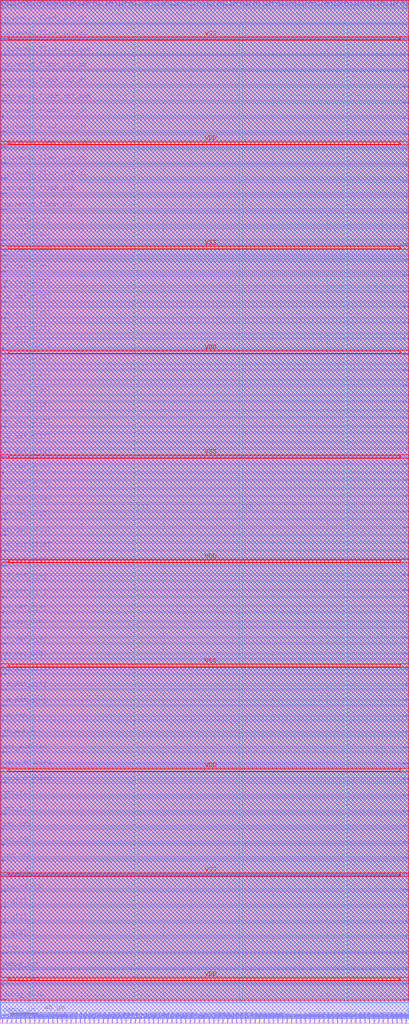
<source format=lef>
VERSION 5.7 ;
  NOWIREEXTENSIONATPIN ON ;
  DIVIDERCHAR "/" ;
  BUSBITCHARS "[]" ;
MACRO housekeeping
  CLASS BLOCK ;
  FOREIGN housekeeping ;
  ORIGIN 0.000 0.000 ;
  SIZE 300.000 BY 750.000 ;
  PIN VDD
    DIRECTION INOUT ;
    USE POWER ;
    PORT
      LAYER Metal4 ;
        RECT 22.240 15.380 23.840 733.340 ;
    END
    PORT
      LAYER Metal4 ;
        RECT 175.840 15.380 177.440 733.340 ;
    END
    PORT
      LAYER Metal5 ;
        RECT 6.420 31.530 293.180 33.130 ;
    END
    PORT
      LAYER Metal5 ;
        RECT 6.420 184.710 293.180 186.310 ;
    END
    PORT
      LAYER Metal5 ;
        RECT 6.420 337.890 293.180 339.490 ;
    END
    PORT
      LAYER Metal5 ;
        RECT 6.420 491.070 293.180 492.670 ;
    END
    PORT
      LAYER Metal5 ;
        RECT 6.420 644.250 293.180 645.850 ;
    END
  END VDD
  PIN VSS
    DIRECTION INOUT ;
    USE GROUND ;
    PORT
      LAYER Metal4 ;
        RECT 99.040 15.380 100.640 733.340 ;
    END
    PORT
      LAYER Metal4 ;
        RECT 252.640 15.380 254.240 733.340 ;
    END
    PORT
      LAYER Metal5 ;
        RECT 6.420 108.120 293.180 109.720 ;
    END
    PORT
      LAYER Metal5 ;
        RECT 6.420 261.300 293.180 262.900 ;
    END
    PORT
      LAYER Metal5 ;
        RECT 6.420 414.480 293.180 416.080 ;
    END
    PORT
      LAYER Metal5 ;
        RECT 6.420 567.660 293.180 569.260 ;
    END
    PORT
      LAYER Metal5 ;
        RECT 6.420 720.840 293.180 722.440 ;
    END
  END VSS
  PIN debug_in
    DIRECTION OUTPUT TRISTATE ;
    USE SIGNAL ;
    PORT
      LAYER Metal3 ;
        RECT 0.000 5.880 4.000 6.440 ;
    END
  END debug_in
  PIN debug_mode
    DIRECTION INPUT ;
    USE SIGNAL ;
    PORT
      LAYER Metal3 ;
        RECT 0.000 17.080 4.000 17.640 ;
    END
  END debug_mode
  PIN debug_oeb
    DIRECTION INPUT ;
    USE SIGNAL ;
    PORT
      LAYER Metal3 ;
        RECT 0.000 28.280 4.000 28.840 ;
    END
  END debug_oeb
  PIN debug_out
    DIRECTION INPUT ;
    USE SIGNAL ;
    PORT
      LAYER Metal3 ;
        RECT 0.000 39.480 4.000 40.040 ;
    END
  END debug_out
  PIN irq[0]
    DIRECTION OUTPUT TRISTATE ;
    USE SIGNAL ;
    PORT
      LAYER Metal3 ;
        RECT 0.000 62.440 4.000 63.000 ;
    END
  END irq[0]
  PIN irq[1]
    DIRECTION OUTPUT TRISTATE ;
    USE SIGNAL ;
    PORT
      LAYER Metal3 ;
        RECT 0.000 73.640 4.000 74.200 ;
    END
  END irq[1]
  PIN irq[2]
    DIRECTION OUTPUT TRISTATE ;
    USE SIGNAL ;
    PORT
      LAYER Metal3 ;
        RECT 0.000 85.400 4.000 85.960 ;
    END
  END irq[2]
  PIN mask_rev_in[0]
    DIRECTION INPUT ;
    USE SIGNAL ;
    PORT
      LAYER Metal2 ;
        RECT 190.120 0.000 190.680 4.000 ;
    END
  END mask_rev_in[0]
  PIN mask_rev_in[10]
    DIRECTION INPUT ;
    USE SIGNAL ;
    PORT
      LAYER Metal2 ;
        RECT 223.720 0.000 224.280 4.000 ;
    END
  END mask_rev_in[10]
  PIN mask_rev_in[11]
    DIRECTION INPUT ;
    USE SIGNAL ;
    PORT
      LAYER Metal2 ;
        RECT 227.080 0.000 227.640 4.000 ;
    END
  END mask_rev_in[11]
  PIN mask_rev_in[12]
    DIRECTION INPUT ;
    USE SIGNAL ;
    PORT
      LAYER Metal2 ;
        RECT 230.440 0.000 231.000 4.000 ;
    END
  END mask_rev_in[12]
  PIN mask_rev_in[13]
    DIRECTION INPUT ;
    USE SIGNAL ;
    PORT
      LAYER Metal2 ;
        RECT 233.800 0.000 234.360 4.000 ;
    END
  END mask_rev_in[13]
  PIN mask_rev_in[14]
    DIRECTION INPUT ;
    USE SIGNAL ;
    PORT
      LAYER Metal2 ;
        RECT 237.160 0.000 237.720 4.000 ;
    END
  END mask_rev_in[14]
  PIN mask_rev_in[15]
    DIRECTION INPUT ;
    USE SIGNAL ;
    PORT
      LAYER Metal2 ;
        RECT 240.520 0.000 241.080 4.000 ;
    END
  END mask_rev_in[15]
  PIN mask_rev_in[16]
    DIRECTION INPUT ;
    USE SIGNAL ;
    PORT
      LAYER Metal2 ;
        RECT 243.880 0.000 244.440 4.000 ;
    END
  END mask_rev_in[16]
  PIN mask_rev_in[17]
    DIRECTION INPUT ;
    USE SIGNAL ;
    PORT
      LAYER Metal2 ;
        RECT 247.240 0.000 247.800 4.000 ;
    END
  END mask_rev_in[17]
  PIN mask_rev_in[18]
    DIRECTION INPUT ;
    USE SIGNAL ;
    PORT
      LAYER Metal2 ;
        RECT 250.600 0.000 251.160 4.000 ;
    END
  END mask_rev_in[18]
  PIN mask_rev_in[19]
    DIRECTION INPUT ;
    USE SIGNAL ;
    PORT
      LAYER Metal2 ;
        RECT 253.960 0.000 254.520 4.000 ;
    END
  END mask_rev_in[19]
  PIN mask_rev_in[1]
    DIRECTION INPUT ;
    USE SIGNAL ;
    PORT
      LAYER Metal2 ;
        RECT 193.480 0.000 194.040 4.000 ;
    END
  END mask_rev_in[1]
  PIN mask_rev_in[20]
    DIRECTION INPUT ;
    USE SIGNAL ;
    PORT
      LAYER Metal2 ;
        RECT 257.320 0.000 257.880 4.000 ;
    END
  END mask_rev_in[20]
  PIN mask_rev_in[21]
    DIRECTION INPUT ;
    USE SIGNAL ;
    PORT
      LAYER Metal2 ;
        RECT 260.680 0.000 261.240 4.000 ;
    END
  END mask_rev_in[21]
  PIN mask_rev_in[22]
    DIRECTION INPUT ;
    USE SIGNAL ;
    PORT
      LAYER Metal2 ;
        RECT 264.040 0.000 264.600 4.000 ;
    END
  END mask_rev_in[22]
  PIN mask_rev_in[23]
    DIRECTION INPUT ;
    USE SIGNAL ;
    PORT
      LAYER Metal2 ;
        RECT 267.400 0.000 267.960 4.000 ;
    END
  END mask_rev_in[23]
  PIN mask_rev_in[24]
    DIRECTION INPUT ;
    USE SIGNAL ;
    PORT
      LAYER Metal2 ;
        RECT 270.760 0.000 271.320 4.000 ;
    END
  END mask_rev_in[24]
  PIN mask_rev_in[25]
    DIRECTION INPUT ;
    USE SIGNAL ;
    PORT
      LAYER Metal2 ;
        RECT 274.120 0.000 274.680 4.000 ;
    END
  END mask_rev_in[25]
  PIN mask_rev_in[26]
    DIRECTION INPUT ;
    USE SIGNAL ;
    PORT
      LAYER Metal2 ;
        RECT 277.480 0.000 278.040 4.000 ;
    END
  END mask_rev_in[26]
  PIN mask_rev_in[27]
    DIRECTION INPUT ;
    USE SIGNAL ;
    PORT
      LAYER Metal2 ;
        RECT 280.840 0.000 281.400 4.000 ;
    END
  END mask_rev_in[27]
  PIN mask_rev_in[28]
    DIRECTION INPUT ;
    USE SIGNAL ;
    PORT
      LAYER Metal2 ;
        RECT 284.200 0.000 284.760 4.000 ;
    END
  END mask_rev_in[28]
  PIN mask_rev_in[29]
    DIRECTION INPUT ;
    USE SIGNAL ;
    PORT
      LAYER Metal2 ;
        RECT 287.560 0.000 288.120 4.000 ;
    END
  END mask_rev_in[29]
  PIN mask_rev_in[2]
    DIRECTION INPUT ;
    USE SIGNAL ;
    PORT
      LAYER Metal2 ;
        RECT 196.840 0.000 197.400 4.000 ;
    END
  END mask_rev_in[2]
  PIN mask_rev_in[30]
    DIRECTION INPUT ;
    USE SIGNAL ;
    PORT
      LAYER Metal2 ;
        RECT 290.920 0.000 291.480 4.000 ;
    END
  END mask_rev_in[30]
  PIN mask_rev_in[31]
    DIRECTION INPUT ;
    USE SIGNAL ;
    PORT
      LAYER Metal2 ;
        RECT 294.280 0.000 294.840 4.000 ;
    END
  END mask_rev_in[31]
  PIN mask_rev_in[3]
    DIRECTION INPUT ;
    USE SIGNAL ;
    PORT
      LAYER Metal2 ;
        RECT 200.200 0.000 200.760 4.000 ;
    END
  END mask_rev_in[3]
  PIN mask_rev_in[4]
    DIRECTION INPUT ;
    USE SIGNAL ;
    PORT
      LAYER Metal2 ;
        RECT 203.560 0.000 204.120 4.000 ;
    END
  END mask_rev_in[4]
  PIN mask_rev_in[5]
    DIRECTION INPUT ;
    USE SIGNAL ;
    PORT
      LAYER Metal2 ;
        RECT 206.920 0.000 207.480 4.000 ;
    END
  END mask_rev_in[5]
  PIN mask_rev_in[6]
    DIRECTION INPUT ;
    USE SIGNAL ;
    PORT
      LAYER Metal2 ;
        RECT 210.280 0.000 210.840 4.000 ;
    END
  END mask_rev_in[6]
  PIN mask_rev_in[7]
    DIRECTION INPUT ;
    USE SIGNAL ;
    PORT
      LAYER Metal2 ;
        RECT 213.640 0.000 214.200 4.000 ;
    END
  END mask_rev_in[7]
  PIN mask_rev_in[8]
    DIRECTION INPUT ;
    USE SIGNAL ;
    PORT
      LAYER Metal2 ;
        RECT 217.000 0.000 217.560 4.000 ;
    END
  END mask_rev_in[8]
  PIN mask_rev_in[9]
    DIRECTION INPUT ;
    USE SIGNAL ;
    PORT
      LAYER Metal2 ;
        RECT 220.360 0.000 220.920 4.000 ;
    END
  END mask_rev_in[9]
  PIN mgmt_gpio_in[0]
    DIRECTION INPUT ;
    USE SIGNAL ;
    PORT
      LAYER Metal3 ;
        RECT 296.000 63.560 300.000 64.120 ;
    END
  END mgmt_gpio_in[0]
  PIN mgmt_gpio_in[10]
    DIRECTION INPUT ;
    USE SIGNAL ;
    PORT
      LAYER Metal3 ;
        RECT 296.000 409.640 300.000 410.200 ;
    END
  END mgmt_gpio_in[10]
  PIN mgmt_gpio_in[11]
    DIRECTION INPUT ;
    USE SIGNAL ;
    PORT
      LAYER Metal3 ;
        RECT 296.000 443.800 300.000 444.360 ;
    END
  END mgmt_gpio_in[11]
  PIN mgmt_gpio_in[12]
    DIRECTION INPUT ;
    USE SIGNAL ;
    PORT
      LAYER Metal3 ;
        RECT 296.000 478.520 300.000 479.080 ;
    END
  END mgmt_gpio_in[12]
  PIN mgmt_gpio_in[13]
    DIRECTION INPUT ;
    USE SIGNAL ;
    PORT
      LAYER Metal3 ;
        RECT 296.000 513.240 300.000 513.800 ;
    END
  END mgmt_gpio_in[13]
  PIN mgmt_gpio_in[14]
    DIRECTION INPUT ;
    USE SIGNAL ;
    PORT
      LAYER Metal3 ;
        RECT 296.000 547.960 300.000 548.520 ;
    END
  END mgmt_gpio_in[14]
  PIN mgmt_gpio_in[15]
    DIRECTION INPUT ;
    USE SIGNAL ;
    PORT
      LAYER Metal3 ;
        RECT 296.000 582.680 300.000 583.240 ;
    END
  END mgmt_gpio_in[15]
  PIN mgmt_gpio_in[16]
    DIRECTION INPUT ;
    USE SIGNAL ;
    PORT
      LAYER Metal3 ;
        RECT 296.000 616.840 300.000 617.400 ;
    END
  END mgmt_gpio_in[16]
  PIN mgmt_gpio_in[17]
    DIRECTION INPUT ;
    USE SIGNAL ;
    PORT
      LAYER Metal3 ;
        RECT 296.000 651.560 300.000 652.120 ;
    END
  END mgmt_gpio_in[17]
  PIN mgmt_gpio_in[18]
    DIRECTION INPUT ;
    USE SIGNAL ;
    PORT
      LAYER Metal3 ;
        RECT 296.000 686.280 300.000 686.840 ;
    END
  END mgmt_gpio_in[18]
  PIN mgmt_gpio_in[19]
    DIRECTION INPUT ;
    USE SIGNAL ;
    PORT
      LAYER Metal3 ;
        RECT 296.000 721.000 300.000 721.560 ;
    END
  END mgmt_gpio_in[19]
  PIN mgmt_gpio_in[1]
    DIRECTION INPUT ;
    USE SIGNAL ;
    PORT
      LAYER Metal3 ;
        RECT 296.000 97.720 300.000 98.280 ;
    END
  END mgmt_gpio_in[1]
  PIN mgmt_gpio_in[20]
    DIRECTION INPUT ;
    USE SIGNAL ;
    PORT
      LAYER Metal2 ;
        RECT 171.080 746.000 171.640 750.000 ;
    END
  END mgmt_gpio_in[20]
  PIN mgmt_gpio_in[21]
    DIRECTION INPUT ;
    USE SIGNAL ;
    PORT
      LAYER Metal2 ;
        RECT 178.360 746.000 178.920 750.000 ;
    END
  END mgmt_gpio_in[21]
  PIN mgmt_gpio_in[22]
    DIRECTION INPUT ;
    USE SIGNAL ;
    PORT
      LAYER Metal2 ;
        RECT 185.640 746.000 186.200 750.000 ;
    END
  END mgmt_gpio_in[22]
  PIN mgmt_gpio_in[23]
    DIRECTION INPUT ;
    USE SIGNAL ;
    PORT
      LAYER Metal2 ;
        RECT 192.920 746.000 193.480 750.000 ;
    END
  END mgmt_gpio_in[23]
  PIN mgmt_gpio_in[24]
    DIRECTION INPUT ;
    USE SIGNAL ;
    PORT
      LAYER Metal2 ;
        RECT 199.640 746.000 200.200 750.000 ;
    END
  END mgmt_gpio_in[24]
  PIN mgmt_gpio_in[25]
    DIRECTION INPUT ;
    USE SIGNAL ;
    PORT
      LAYER Metal2 ;
        RECT 206.920 746.000 207.480 750.000 ;
    END
  END mgmt_gpio_in[25]
  PIN mgmt_gpio_in[26]
    DIRECTION INPUT ;
    USE SIGNAL ;
    PORT
      LAYER Metal2 ;
        RECT 214.200 746.000 214.760 750.000 ;
    END
  END mgmt_gpio_in[26]
  PIN mgmt_gpio_in[27]
    DIRECTION INPUT ;
    USE SIGNAL ;
    PORT
      LAYER Metal2 ;
        RECT 221.480 746.000 222.040 750.000 ;
    END
  END mgmt_gpio_in[27]
  PIN mgmt_gpio_in[28]
    DIRECTION INPUT ;
    USE SIGNAL ;
    PORT
      LAYER Metal2 ;
        RECT 228.760 746.000 229.320 750.000 ;
    END
  END mgmt_gpio_in[28]
  PIN mgmt_gpio_in[29]
    DIRECTION INPUT ;
    USE SIGNAL ;
    PORT
      LAYER Metal2 ;
        RECT 236.040 746.000 236.600 750.000 ;
    END
  END mgmt_gpio_in[29]
  PIN mgmt_gpio_in[2]
    DIRECTION INPUT ;
    USE SIGNAL ;
    PORT
      LAYER Metal3 ;
        RECT 296.000 132.440 300.000 133.000 ;
    END
  END mgmt_gpio_in[2]
  PIN mgmt_gpio_in[30]
    DIRECTION INPUT ;
    USE SIGNAL ;
    PORT
      LAYER Metal2 ;
        RECT 243.320 746.000 243.880 750.000 ;
    END
  END mgmt_gpio_in[30]
  PIN mgmt_gpio_in[31]
    DIRECTION INPUT ;
    USE SIGNAL ;
    PORT
      LAYER Metal2 ;
        RECT 250.040 746.000 250.600 750.000 ;
    END
  END mgmt_gpio_in[31]
  PIN mgmt_gpio_in[32]
    DIRECTION INPUT ;
    USE SIGNAL ;
    PORT
      LAYER Metal2 ;
        RECT 257.320 746.000 257.880 750.000 ;
    END
  END mgmt_gpio_in[32]
  PIN mgmt_gpio_in[33]
    DIRECTION INPUT ;
    USE SIGNAL ;
    PORT
      LAYER Metal2 ;
        RECT 264.600 746.000 265.160 750.000 ;
    END
  END mgmt_gpio_in[33]
  PIN mgmt_gpio_in[34]
    DIRECTION INPUT ;
    USE SIGNAL ;
    PORT
      LAYER Metal2 ;
        RECT 271.880 746.000 272.440 750.000 ;
    END
  END mgmt_gpio_in[34]
  PIN mgmt_gpio_in[35]
    DIRECTION INPUT ;
    USE SIGNAL ;
    PORT
      LAYER Metal2 ;
        RECT 279.160 746.000 279.720 750.000 ;
    END
  END mgmt_gpio_in[35]
  PIN mgmt_gpio_in[36]
    DIRECTION INPUT ;
    USE SIGNAL ;
    PORT
      LAYER Metal2 ;
        RECT 286.440 746.000 287.000 750.000 ;
    END
  END mgmt_gpio_in[36]
  PIN mgmt_gpio_in[37]
    DIRECTION INPUT ;
    USE SIGNAL ;
    PORT
      LAYER Metal2 ;
        RECT 293.720 746.000 294.280 750.000 ;
    END
  END mgmt_gpio_in[37]
  PIN mgmt_gpio_in[3]
    DIRECTION INPUT ;
    USE SIGNAL ;
    PORT
      LAYER Metal3 ;
        RECT 296.000 167.160 300.000 167.720 ;
    END
  END mgmt_gpio_in[3]
  PIN mgmt_gpio_in[4]
    DIRECTION INPUT ;
    USE SIGNAL ;
    PORT
      LAYER Metal3 ;
        RECT 296.000 201.880 300.000 202.440 ;
    END
  END mgmt_gpio_in[4]
  PIN mgmt_gpio_in[5]
    DIRECTION INPUT ;
    USE SIGNAL ;
    PORT
      LAYER Metal3 ;
        RECT 296.000 236.600 300.000 237.160 ;
    END
  END mgmt_gpio_in[5]
  PIN mgmt_gpio_in[6]
    DIRECTION INPUT ;
    USE SIGNAL ;
    PORT
      LAYER Metal3 ;
        RECT 296.000 270.760 300.000 271.320 ;
    END
  END mgmt_gpio_in[6]
  PIN mgmt_gpio_in[7]
    DIRECTION INPUT ;
    USE SIGNAL ;
    PORT
      LAYER Metal3 ;
        RECT 296.000 305.480 300.000 306.040 ;
    END
  END mgmt_gpio_in[7]
  PIN mgmt_gpio_in[8]
    DIRECTION INPUT ;
    USE SIGNAL ;
    PORT
      LAYER Metal3 ;
        RECT 296.000 340.200 300.000 340.760 ;
    END
  END mgmt_gpio_in[8]
  PIN mgmt_gpio_in[9]
    DIRECTION INPUT ;
    USE SIGNAL ;
    PORT
      LAYER Metal3 ;
        RECT 296.000 374.920 300.000 375.480 ;
    END
  END mgmt_gpio_in[9]
  PIN mgmt_gpio_oeb[0]
    DIRECTION OUTPUT TRISTATE ;
    USE SIGNAL ;
    PORT
      LAYER Metal3 ;
        RECT 296.000 74.760 300.000 75.320 ;
    END
  END mgmt_gpio_oeb[0]
  PIN mgmt_gpio_oeb[10]
    DIRECTION OUTPUT TRISTATE ;
    USE SIGNAL ;
    PORT
      LAYER Metal3 ;
        RECT 296.000 420.840 300.000 421.400 ;
    END
  END mgmt_gpio_oeb[10]
  PIN mgmt_gpio_oeb[11]
    DIRECTION OUTPUT TRISTATE ;
    USE SIGNAL ;
    PORT
      LAYER Metal3 ;
        RECT 296.000 455.560 300.000 456.120 ;
    END
  END mgmt_gpio_oeb[11]
  PIN mgmt_gpio_oeb[12]
    DIRECTION OUTPUT TRISTATE ;
    USE SIGNAL ;
    PORT
      LAYER Metal3 ;
        RECT 296.000 490.280 300.000 490.840 ;
    END
  END mgmt_gpio_oeb[12]
  PIN mgmt_gpio_oeb[13]
    DIRECTION OUTPUT TRISTATE ;
    USE SIGNAL ;
    PORT
      LAYER Metal3 ;
        RECT 296.000 525.000 300.000 525.560 ;
    END
  END mgmt_gpio_oeb[13]
  PIN mgmt_gpio_oeb[14]
    DIRECTION OUTPUT TRISTATE ;
    USE SIGNAL ;
    PORT
      LAYER Metal3 ;
        RECT 296.000 559.160 300.000 559.720 ;
    END
  END mgmt_gpio_oeb[14]
  PIN mgmt_gpio_oeb[15]
    DIRECTION OUTPUT TRISTATE ;
    USE SIGNAL ;
    PORT
      LAYER Metal3 ;
        RECT 296.000 593.880 300.000 594.440 ;
    END
  END mgmt_gpio_oeb[15]
  PIN mgmt_gpio_oeb[16]
    DIRECTION OUTPUT TRISTATE ;
    USE SIGNAL ;
    PORT
      LAYER Metal3 ;
        RECT 296.000 628.600 300.000 629.160 ;
    END
  END mgmt_gpio_oeb[16]
  PIN mgmt_gpio_oeb[17]
    DIRECTION OUTPUT TRISTATE ;
    USE SIGNAL ;
    PORT
      LAYER Metal3 ;
        RECT 296.000 663.320 300.000 663.880 ;
    END
  END mgmt_gpio_oeb[17]
  PIN mgmt_gpio_oeb[18]
    DIRECTION OUTPUT TRISTATE ;
    USE SIGNAL ;
    PORT
      LAYER Metal3 ;
        RECT 296.000 698.040 300.000 698.600 ;
    END
  END mgmt_gpio_oeb[18]
  PIN mgmt_gpio_oeb[19]
    DIRECTION OUTPUT TRISTATE ;
    USE SIGNAL ;
    PORT
      LAYER Metal3 ;
        RECT 296.000 732.200 300.000 732.760 ;
    END
  END mgmt_gpio_oeb[19]
  PIN mgmt_gpio_oeb[1]
    DIRECTION OUTPUT TRISTATE ;
    USE SIGNAL ;
    PORT
      LAYER Metal3 ;
        RECT 296.000 109.480 300.000 110.040 ;
    END
  END mgmt_gpio_oeb[1]
  PIN mgmt_gpio_oeb[20]
    DIRECTION OUTPUT TRISTATE ;
    USE SIGNAL ;
    PORT
      LAYER Metal2 ;
        RECT 173.320 746.000 173.880 750.000 ;
    END
  END mgmt_gpio_oeb[20]
  PIN mgmt_gpio_oeb[21]
    DIRECTION OUTPUT TRISTATE ;
    USE SIGNAL ;
    PORT
      LAYER Metal2 ;
        RECT 180.600 746.000 181.160 750.000 ;
    END
  END mgmt_gpio_oeb[21]
  PIN mgmt_gpio_oeb[22]
    DIRECTION OUTPUT TRISTATE ;
    USE SIGNAL ;
    PORT
      LAYER Metal2 ;
        RECT 187.880 746.000 188.440 750.000 ;
    END
  END mgmt_gpio_oeb[22]
  PIN mgmt_gpio_oeb[23]
    DIRECTION OUTPUT TRISTATE ;
    USE SIGNAL ;
    PORT
      LAYER Metal2 ;
        RECT 195.160 746.000 195.720 750.000 ;
    END
  END mgmt_gpio_oeb[23]
  PIN mgmt_gpio_oeb[24]
    DIRECTION OUTPUT TRISTATE ;
    USE SIGNAL ;
    PORT
      LAYER Metal2 ;
        RECT 202.440 746.000 203.000 750.000 ;
    END
  END mgmt_gpio_oeb[24]
  PIN mgmt_gpio_oeb[25]
    DIRECTION OUTPUT TRISTATE ;
    USE SIGNAL ;
    PORT
      LAYER Metal2 ;
        RECT 209.720 746.000 210.280 750.000 ;
    END
  END mgmt_gpio_oeb[25]
  PIN mgmt_gpio_oeb[26]
    DIRECTION OUTPUT TRISTATE ;
    USE SIGNAL ;
    PORT
      LAYER Metal2 ;
        RECT 216.440 746.000 217.000 750.000 ;
    END
  END mgmt_gpio_oeb[26]
  PIN mgmt_gpio_oeb[27]
    DIRECTION OUTPUT TRISTATE ;
    USE SIGNAL ;
    PORT
      LAYER Metal2 ;
        RECT 223.720 746.000 224.280 750.000 ;
    END
  END mgmt_gpio_oeb[27]
  PIN mgmt_gpio_oeb[28]
    DIRECTION OUTPUT TRISTATE ;
    USE SIGNAL ;
    PORT
      LAYER Metal2 ;
        RECT 231.000 746.000 231.560 750.000 ;
    END
  END mgmt_gpio_oeb[28]
  PIN mgmt_gpio_oeb[29]
    DIRECTION OUTPUT TRISTATE ;
    USE SIGNAL ;
    PORT
      LAYER Metal2 ;
        RECT 238.280 746.000 238.840 750.000 ;
    END
  END mgmt_gpio_oeb[29]
  PIN mgmt_gpio_oeb[2]
    DIRECTION OUTPUT TRISTATE ;
    USE SIGNAL ;
    PORT
      LAYER Metal3 ;
        RECT 296.000 144.200 300.000 144.760 ;
    END
  END mgmt_gpio_oeb[2]
  PIN mgmt_gpio_oeb[30]
    DIRECTION OUTPUT TRISTATE ;
    USE SIGNAL ;
    PORT
      LAYER Metal2 ;
        RECT 245.560 746.000 246.120 750.000 ;
    END
  END mgmt_gpio_oeb[30]
  PIN mgmt_gpio_oeb[31]
    DIRECTION OUTPUT TRISTATE ;
    USE SIGNAL ;
    PORT
      LAYER Metal2 ;
        RECT 252.840 746.000 253.400 750.000 ;
    END
  END mgmt_gpio_oeb[31]
  PIN mgmt_gpio_oeb[32]
    DIRECTION OUTPUT TRISTATE ;
    USE SIGNAL ;
    PORT
      LAYER Metal2 ;
        RECT 260.120 746.000 260.680 750.000 ;
    END
  END mgmt_gpio_oeb[32]
  PIN mgmt_gpio_oeb[33]
    DIRECTION OUTPUT TRISTATE ;
    USE SIGNAL ;
    PORT
      LAYER Metal2 ;
        RECT 266.840 746.000 267.400 750.000 ;
    END
  END mgmt_gpio_oeb[33]
  PIN mgmt_gpio_oeb[34]
    DIRECTION OUTPUT TRISTATE ;
    USE SIGNAL ;
    PORT
      LAYER Metal2 ;
        RECT 274.120 746.000 274.680 750.000 ;
    END
  END mgmt_gpio_oeb[34]
  PIN mgmt_gpio_oeb[35]
    DIRECTION OUTPUT TRISTATE ;
    USE SIGNAL ;
    PORT
      LAYER Metal2 ;
        RECT 281.400 746.000 281.960 750.000 ;
    END
  END mgmt_gpio_oeb[35]
  PIN mgmt_gpio_oeb[36]
    DIRECTION OUTPUT TRISTATE ;
    USE SIGNAL ;
    PORT
      LAYER Metal2 ;
        RECT 288.680 746.000 289.240 750.000 ;
    END
  END mgmt_gpio_oeb[36]
  PIN mgmt_gpio_oeb[37]
    DIRECTION OUTPUT TRISTATE ;
    USE SIGNAL ;
    PORT
      LAYER Metal2 ;
        RECT 295.960 746.000 296.520 750.000 ;
    END
  END mgmt_gpio_oeb[37]
  PIN mgmt_gpio_oeb[3]
    DIRECTION OUTPUT TRISTATE ;
    USE SIGNAL ;
    PORT
      LAYER Metal3 ;
        RECT 296.000 178.920 300.000 179.480 ;
    END
  END mgmt_gpio_oeb[3]
  PIN mgmt_gpio_oeb[4]
    DIRECTION OUTPUT TRISTATE ;
    USE SIGNAL ;
    PORT
      LAYER Metal3 ;
        RECT 296.000 213.080 300.000 213.640 ;
    END
  END mgmt_gpio_oeb[4]
  PIN mgmt_gpio_oeb[5]
    DIRECTION OUTPUT TRISTATE ;
    USE SIGNAL ;
    PORT
      LAYER Metal3 ;
        RECT 296.000 247.800 300.000 248.360 ;
    END
  END mgmt_gpio_oeb[5]
  PIN mgmt_gpio_oeb[6]
    DIRECTION OUTPUT TRISTATE ;
    USE SIGNAL ;
    PORT
      LAYER Metal3 ;
        RECT 296.000 282.520 300.000 283.080 ;
    END
  END mgmt_gpio_oeb[6]
  PIN mgmt_gpio_oeb[7]
    DIRECTION OUTPUT TRISTATE ;
    USE SIGNAL ;
    PORT
      LAYER Metal3 ;
        RECT 296.000 317.240 300.000 317.800 ;
    END
  END mgmt_gpio_oeb[7]
  PIN mgmt_gpio_oeb[8]
    DIRECTION OUTPUT TRISTATE ;
    USE SIGNAL ;
    PORT
      LAYER Metal3 ;
        RECT 296.000 351.960 300.000 352.520 ;
    END
  END mgmt_gpio_oeb[8]
  PIN mgmt_gpio_oeb[9]
    DIRECTION OUTPUT TRISTATE ;
    USE SIGNAL ;
    PORT
      LAYER Metal3 ;
        RECT 296.000 386.120 300.000 386.680 ;
    END
  END mgmt_gpio_oeb[9]
  PIN mgmt_gpio_out[0]
    DIRECTION OUTPUT TRISTATE ;
    USE SIGNAL ;
    PORT
      LAYER Metal3 ;
        RECT 296.000 86.520 300.000 87.080 ;
    END
  END mgmt_gpio_out[0]
  PIN mgmt_gpio_out[10]
    DIRECTION OUTPUT TRISTATE ;
    USE SIGNAL ;
    PORT
      LAYER Metal3 ;
        RECT 296.000 432.600 300.000 433.160 ;
    END
  END mgmt_gpio_out[10]
  PIN mgmt_gpio_out[11]
    DIRECTION OUTPUT TRISTATE ;
    USE SIGNAL ;
    PORT
      LAYER Metal3 ;
        RECT 296.000 467.320 300.000 467.880 ;
    END
  END mgmt_gpio_out[11]
  PIN mgmt_gpio_out[12]
    DIRECTION OUTPUT TRISTATE ;
    USE SIGNAL ;
    PORT
      LAYER Metal3 ;
        RECT 296.000 501.480 300.000 502.040 ;
    END
  END mgmt_gpio_out[12]
  PIN mgmt_gpio_out[13]
    DIRECTION OUTPUT TRISTATE ;
    USE SIGNAL ;
    PORT
      LAYER Metal3 ;
        RECT 296.000 536.200 300.000 536.760 ;
    END
  END mgmt_gpio_out[13]
  PIN mgmt_gpio_out[14]
    DIRECTION OUTPUT TRISTATE ;
    USE SIGNAL ;
    PORT
      LAYER Metal3 ;
        RECT 296.000 570.920 300.000 571.480 ;
    END
  END mgmt_gpio_out[14]
  PIN mgmt_gpio_out[15]
    DIRECTION OUTPUT TRISTATE ;
    USE SIGNAL ;
    PORT
      LAYER Metal3 ;
        RECT 296.000 605.640 300.000 606.200 ;
    END
  END mgmt_gpio_out[15]
  PIN mgmt_gpio_out[16]
    DIRECTION OUTPUT TRISTATE ;
    USE SIGNAL ;
    PORT
      LAYER Metal3 ;
        RECT 296.000 640.360 300.000 640.920 ;
    END
  END mgmt_gpio_out[16]
  PIN mgmt_gpio_out[17]
    DIRECTION OUTPUT TRISTATE ;
    USE SIGNAL ;
    PORT
      LAYER Metal3 ;
        RECT 296.000 674.520 300.000 675.080 ;
    END
  END mgmt_gpio_out[17]
  PIN mgmt_gpio_out[18]
    DIRECTION OUTPUT TRISTATE ;
    USE SIGNAL ;
    PORT
      LAYER Metal3 ;
        RECT 296.000 709.240 300.000 709.800 ;
    END
  END mgmt_gpio_out[18]
  PIN mgmt_gpio_out[19]
    DIRECTION OUTPUT TRISTATE ;
    USE SIGNAL ;
    PORT
      LAYER Metal3 ;
        RECT 296.000 743.960 300.000 744.520 ;
    END
  END mgmt_gpio_out[19]
  PIN mgmt_gpio_out[1]
    DIRECTION OUTPUT TRISTATE ;
    USE SIGNAL ;
    PORT
      LAYER Metal3 ;
        RECT 296.000 121.240 300.000 121.800 ;
    END
  END mgmt_gpio_out[1]
  PIN mgmt_gpio_out[20]
    DIRECTION OUTPUT TRISTATE ;
    USE SIGNAL ;
    PORT
      LAYER Metal2 ;
        RECT 176.120 746.000 176.680 750.000 ;
    END
  END mgmt_gpio_out[20]
  PIN mgmt_gpio_out[21]
    DIRECTION OUTPUT TRISTATE ;
    USE SIGNAL ;
    PORT
      LAYER Metal2 ;
        RECT 182.840 746.000 183.400 750.000 ;
    END
  END mgmt_gpio_out[21]
  PIN mgmt_gpio_out[22]
    DIRECTION OUTPUT TRISTATE ;
    USE SIGNAL ;
    PORT
      LAYER Metal2 ;
        RECT 190.120 746.000 190.680 750.000 ;
    END
  END mgmt_gpio_out[22]
  PIN mgmt_gpio_out[23]
    DIRECTION OUTPUT TRISTATE ;
    USE SIGNAL ;
    PORT
      LAYER Metal2 ;
        RECT 197.400 746.000 197.960 750.000 ;
    END
  END mgmt_gpio_out[23]
  PIN mgmt_gpio_out[24]
    DIRECTION OUTPUT TRISTATE ;
    USE SIGNAL ;
    PORT
      LAYER Metal2 ;
        RECT 204.680 746.000 205.240 750.000 ;
    END
  END mgmt_gpio_out[24]
  PIN mgmt_gpio_out[25]
    DIRECTION OUTPUT TRISTATE ;
    USE SIGNAL ;
    PORT
      LAYER Metal2 ;
        RECT 211.960 746.000 212.520 750.000 ;
    END
  END mgmt_gpio_out[25]
  PIN mgmt_gpio_out[26]
    DIRECTION OUTPUT TRISTATE ;
    USE SIGNAL ;
    PORT
      LAYER Metal2 ;
        RECT 219.240 746.000 219.800 750.000 ;
    END
  END mgmt_gpio_out[26]
  PIN mgmt_gpio_out[27]
    DIRECTION OUTPUT TRISTATE ;
    USE SIGNAL ;
    PORT
      LAYER Metal2 ;
        RECT 226.520 746.000 227.080 750.000 ;
    END
  END mgmt_gpio_out[27]
  PIN mgmt_gpio_out[28]
    DIRECTION OUTPUT TRISTATE ;
    USE SIGNAL ;
    PORT
      LAYER Metal2 ;
        RECT 233.240 746.000 233.800 750.000 ;
    END
  END mgmt_gpio_out[28]
  PIN mgmt_gpio_out[29]
    DIRECTION OUTPUT TRISTATE ;
    USE SIGNAL ;
    PORT
      LAYER Metal2 ;
        RECT 240.520 746.000 241.080 750.000 ;
    END
  END mgmt_gpio_out[29]
  PIN mgmt_gpio_out[2]
    DIRECTION OUTPUT TRISTATE ;
    USE SIGNAL ;
    PORT
      LAYER Metal3 ;
        RECT 296.000 155.400 300.000 155.960 ;
    END
  END mgmt_gpio_out[2]
  PIN mgmt_gpio_out[30]
    DIRECTION OUTPUT TRISTATE ;
    USE SIGNAL ;
    PORT
      LAYER Metal2 ;
        RECT 247.800 746.000 248.360 750.000 ;
    END
  END mgmt_gpio_out[30]
  PIN mgmt_gpio_out[31]
    DIRECTION OUTPUT TRISTATE ;
    USE SIGNAL ;
    PORT
      LAYER Metal2 ;
        RECT 255.080 746.000 255.640 750.000 ;
    END
  END mgmt_gpio_out[31]
  PIN mgmt_gpio_out[32]
    DIRECTION OUTPUT TRISTATE ;
    USE SIGNAL ;
    PORT
      LAYER Metal2 ;
        RECT 262.360 746.000 262.920 750.000 ;
    END
  END mgmt_gpio_out[32]
  PIN mgmt_gpio_out[33]
    DIRECTION OUTPUT TRISTATE ;
    USE SIGNAL ;
    PORT
      LAYER Metal2 ;
        RECT 269.640 746.000 270.200 750.000 ;
    END
  END mgmt_gpio_out[33]
  PIN mgmt_gpio_out[34]
    DIRECTION OUTPUT TRISTATE ;
    USE SIGNAL ;
    PORT
      LAYER Metal2 ;
        RECT 276.920 746.000 277.480 750.000 ;
    END
  END mgmt_gpio_out[34]
  PIN mgmt_gpio_out[35]
    DIRECTION OUTPUT TRISTATE ;
    USE SIGNAL ;
    PORT
      LAYER Metal2 ;
        RECT 283.640 746.000 284.200 750.000 ;
    END
  END mgmt_gpio_out[35]
  PIN mgmt_gpio_out[36]
    DIRECTION OUTPUT TRISTATE ;
    USE SIGNAL ;
    PORT
      LAYER Metal2 ;
        RECT 290.920 746.000 291.480 750.000 ;
    END
  END mgmt_gpio_out[36]
  PIN mgmt_gpio_out[37]
    DIRECTION OUTPUT TRISTATE ;
    USE SIGNAL ;
    PORT
      LAYER Metal2 ;
        RECT 298.200 746.000 298.760 750.000 ;
    END
  END mgmt_gpio_out[37]
  PIN mgmt_gpio_out[3]
    DIRECTION OUTPUT TRISTATE ;
    USE SIGNAL ;
    PORT
      LAYER Metal3 ;
        RECT 296.000 190.120 300.000 190.680 ;
    END
  END mgmt_gpio_out[3]
  PIN mgmt_gpio_out[4]
    DIRECTION OUTPUT TRISTATE ;
    USE SIGNAL ;
    PORT
      LAYER Metal3 ;
        RECT 296.000 224.840 300.000 225.400 ;
    END
  END mgmt_gpio_out[4]
  PIN mgmt_gpio_out[5]
    DIRECTION OUTPUT TRISTATE ;
    USE SIGNAL ;
    PORT
      LAYER Metal3 ;
        RECT 296.000 259.560 300.000 260.120 ;
    END
  END mgmt_gpio_out[5]
  PIN mgmt_gpio_out[6]
    DIRECTION OUTPUT TRISTATE ;
    USE SIGNAL ;
    PORT
      LAYER Metal3 ;
        RECT 296.000 294.280 300.000 294.840 ;
    END
  END mgmt_gpio_out[6]
  PIN mgmt_gpio_out[7]
    DIRECTION OUTPUT TRISTATE ;
    USE SIGNAL ;
    PORT
      LAYER Metal3 ;
        RECT 296.000 328.440 300.000 329.000 ;
    END
  END mgmt_gpio_out[7]
  PIN mgmt_gpio_out[8]
    DIRECTION OUTPUT TRISTATE ;
    USE SIGNAL ;
    PORT
      LAYER Metal3 ;
        RECT 296.000 363.160 300.000 363.720 ;
    END
  END mgmt_gpio_out[8]
  PIN mgmt_gpio_out[9]
    DIRECTION OUTPUT TRISTATE ;
    USE SIGNAL ;
    PORT
      LAYER Metal3 ;
        RECT 296.000 397.880 300.000 398.440 ;
    END
  END mgmt_gpio_out[9]
  PIN pad_flash_clk
    DIRECTION OUTPUT TRISTATE ;
    USE SIGNAL ;
    PORT
      LAYER Metal2 ;
        RECT 1.400 0.000 1.960 4.000 ;
    END
  END pad_flash_clk
  PIN pad_flash_clk_oe
    DIRECTION OUTPUT TRISTATE ;
    USE SIGNAL ;
    PORT
      LAYER Metal2 ;
        RECT 4.760 0.000 5.320 4.000 ;
    END
  END pad_flash_clk_oe
  PIN pad_flash_csb
    DIRECTION OUTPUT TRISTATE ;
    USE SIGNAL ;
    PORT
      LAYER Metal2 ;
        RECT 8.120 0.000 8.680 4.000 ;
    END
  END pad_flash_csb
  PIN pad_flash_csb_oe
    DIRECTION OUTPUT TRISTATE ;
    USE SIGNAL ;
    PORT
      LAYER Metal2 ;
        RECT 11.480 0.000 12.040 4.000 ;
    END
  END pad_flash_csb_oe
  PIN pad_flash_io0_di
    DIRECTION INPUT ;
    USE SIGNAL ;
    PORT
      LAYER Metal2 ;
        RECT 14.840 0.000 15.400 4.000 ;
    END
  END pad_flash_io0_di
  PIN pad_flash_io0_do
    DIRECTION OUTPUT TRISTATE ;
    USE SIGNAL ;
    PORT
      LAYER Metal2 ;
        RECT 18.200 0.000 18.760 4.000 ;
    END
  END pad_flash_io0_do
  PIN pad_flash_io0_ie
    DIRECTION OUTPUT TRISTATE ;
    USE SIGNAL ;
    PORT
      LAYER Metal2 ;
        RECT 21.560 0.000 22.120 4.000 ;
    END
  END pad_flash_io0_ie
  PIN pad_flash_io0_oe
    DIRECTION OUTPUT TRISTATE ;
    USE SIGNAL ;
    PORT
      LAYER Metal2 ;
        RECT 24.920 0.000 25.480 4.000 ;
    END
  END pad_flash_io0_oe
  PIN pad_flash_io1_di
    DIRECTION INPUT ;
    USE SIGNAL ;
    PORT
      LAYER Metal2 ;
        RECT 28.280 0.000 28.840 4.000 ;
    END
  END pad_flash_io1_di
  PIN pad_flash_io1_do
    DIRECTION OUTPUT TRISTATE ;
    USE SIGNAL ;
    PORT
      LAYER Metal2 ;
        RECT 31.640 0.000 32.200 4.000 ;
    END
  END pad_flash_io1_do
  PIN pad_flash_io1_ie
    DIRECTION OUTPUT TRISTATE ;
    USE SIGNAL ;
    PORT
      LAYER Metal2 ;
        RECT 35.000 0.000 35.560 4.000 ;
    END
  END pad_flash_io1_ie
  PIN pad_flash_io1_oe
    DIRECTION OUTPUT TRISTATE ;
    USE SIGNAL ;
    PORT
      LAYER Metal2 ;
        RECT 38.360 0.000 38.920 4.000 ;
    END
  END pad_flash_io1_oe
  PIN pll90_sel[0]
    DIRECTION OUTPUT TRISTATE ;
    USE SIGNAL ;
    PORT
      LAYER Metal2 ;
        RECT 82.040 0.000 82.600 4.000 ;
    END
  END pll90_sel[0]
  PIN pll90_sel[1]
    DIRECTION OUTPUT TRISTATE ;
    USE SIGNAL ;
    PORT
      LAYER Metal2 ;
        RECT 85.400 0.000 85.960 4.000 ;
    END
  END pll90_sel[1]
  PIN pll90_sel[2]
    DIRECTION OUTPUT TRISTATE ;
    USE SIGNAL ;
    PORT
      LAYER Metal2 ;
        RECT 88.760 0.000 89.320 4.000 ;
    END
  END pll90_sel[2]
  PIN pll_bypass
    DIRECTION OUTPUT TRISTATE ;
    USE SIGNAL ;
    PORT
      LAYER Metal2 ;
        RECT 180.040 0.000 180.600 4.000 ;
    END
  END pll_bypass
  PIN pll_dco_ena
    DIRECTION OUTPUT TRISTATE ;
    USE SIGNAL ;
    PORT
      LAYER Metal2 ;
        RECT 51.800 0.000 52.360 4.000 ;
    END
  END pll_dco_ena
  PIN pll_div[0]
    DIRECTION OUTPUT TRISTATE ;
    USE SIGNAL ;
    PORT
      LAYER Metal2 ;
        RECT 55.160 0.000 55.720 4.000 ;
    END
  END pll_div[0]
  PIN pll_div[1]
    DIRECTION OUTPUT TRISTATE ;
    USE SIGNAL ;
    PORT
      LAYER Metal2 ;
        RECT 58.520 0.000 59.080 4.000 ;
    END
  END pll_div[1]
  PIN pll_div[2]
    DIRECTION OUTPUT TRISTATE ;
    USE SIGNAL ;
    PORT
      LAYER Metal2 ;
        RECT 61.880 0.000 62.440 4.000 ;
    END
  END pll_div[2]
  PIN pll_div[3]
    DIRECTION OUTPUT TRISTATE ;
    USE SIGNAL ;
    PORT
      LAYER Metal2 ;
        RECT 65.240 0.000 65.800 4.000 ;
    END
  END pll_div[3]
  PIN pll_div[4]
    DIRECTION OUTPUT TRISTATE ;
    USE SIGNAL ;
    PORT
      LAYER Metal2 ;
        RECT 68.600 0.000 69.160 4.000 ;
    END
  END pll_div[4]
  PIN pll_ena
    DIRECTION OUTPUT TRISTATE ;
    USE SIGNAL ;
    PORT
      LAYER Metal2 ;
        RECT 48.440 0.000 49.000 4.000 ;
    END
  END pll_ena
  PIN pll_sel[0]
    DIRECTION OUTPUT TRISTATE ;
    USE SIGNAL ;
    PORT
      LAYER Metal2 ;
        RECT 71.960 0.000 72.520 4.000 ;
    END
  END pll_sel[0]
  PIN pll_sel[1]
    DIRECTION OUTPUT TRISTATE ;
    USE SIGNAL ;
    PORT
      LAYER Metal2 ;
        RECT 75.320 0.000 75.880 4.000 ;
    END
  END pll_sel[1]
  PIN pll_sel[2]
    DIRECTION OUTPUT TRISTATE ;
    USE SIGNAL ;
    PORT
      LAYER Metal2 ;
        RECT 78.680 0.000 79.240 4.000 ;
    END
  END pll_sel[2]
  PIN pll_trim[0]
    DIRECTION OUTPUT TRISTATE ;
    USE SIGNAL ;
    PORT
      LAYER Metal2 ;
        RECT 92.120 0.000 92.680 4.000 ;
    END
  END pll_trim[0]
  PIN pll_trim[10]
    DIRECTION OUTPUT TRISTATE ;
    USE SIGNAL ;
    PORT
      LAYER Metal2 ;
        RECT 125.720 0.000 126.280 4.000 ;
    END
  END pll_trim[10]
  PIN pll_trim[11]
    DIRECTION OUTPUT TRISTATE ;
    USE SIGNAL ;
    PORT
      LAYER Metal2 ;
        RECT 129.080 0.000 129.640 4.000 ;
    END
  END pll_trim[11]
  PIN pll_trim[12]
    DIRECTION OUTPUT TRISTATE ;
    USE SIGNAL ;
    PORT
      LAYER Metal2 ;
        RECT 132.440 0.000 133.000 4.000 ;
    END
  END pll_trim[12]
  PIN pll_trim[13]
    DIRECTION OUTPUT TRISTATE ;
    USE SIGNAL ;
    PORT
      LAYER Metal2 ;
        RECT 135.800 0.000 136.360 4.000 ;
    END
  END pll_trim[13]
  PIN pll_trim[14]
    DIRECTION OUTPUT TRISTATE ;
    USE SIGNAL ;
    PORT
      LAYER Metal2 ;
        RECT 139.160 0.000 139.720 4.000 ;
    END
  END pll_trim[14]
  PIN pll_trim[15]
    DIRECTION OUTPUT TRISTATE ;
    USE SIGNAL ;
    PORT
      LAYER Metal2 ;
        RECT 142.520 0.000 143.080 4.000 ;
    END
  END pll_trim[15]
  PIN pll_trim[16]
    DIRECTION OUTPUT TRISTATE ;
    USE SIGNAL ;
    PORT
      LAYER Metal2 ;
        RECT 145.880 0.000 146.440 4.000 ;
    END
  END pll_trim[16]
  PIN pll_trim[17]
    DIRECTION OUTPUT TRISTATE ;
    USE SIGNAL ;
    PORT
      LAYER Metal2 ;
        RECT 149.240 0.000 149.800 4.000 ;
    END
  END pll_trim[17]
  PIN pll_trim[18]
    DIRECTION OUTPUT TRISTATE ;
    USE SIGNAL ;
    PORT
      LAYER Metal2 ;
        RECT 153.160 0.000 153.720 4.000 ;
    END
  END pll_trim[18]
  PIN pll_trim[19]
    DIRECTION OUTPUT TRISTATE ;
    USE SIGNAL ;
    PORT
      LAYER Metal2 ;
        RECT 156.520 0.000 157.080 4.000 ;
    END
  END pll_trim[19]
  PIN pll_trim[1]
    DIRECTION OUTPUT TRISTATE ;
    USE SIGNAL ;
    PORT
      LAYER Metal2 ;
        RECT 95.480 0.000 96.040 4.000 ;
    END
  END pll_trim[1]
  PIN pll_trim[20]
    DIRECTION OUTPUT TRISTATE ;
    USE SIGNAL ;
    PORT
      LAYER Metal2 ;
        RECT 159.880 0.000 160.440 4.000 ;
    END
  END pll_trim[20]
  PIN pll_trim[21]
    DIRECTION OUTPUT TRISTATE ;
    USE SIGNAL ;
    PORT
      LAYER Metal2 ;
        RECT 163.240 0.000 163.800 4.000 ;
    END
  END pll_trim[21]
  PIN pll_trim[22]
    DIRECTION OUTPUT TRISTATE ;
    USE SIGNAL ;
    PORT
      LAYER Metal2 ;
        RECT 166.600 0.000 167.160 4.000 ;
    END
  END pll_trim[22]
  PIN pll_trim[23]
    DIRECTION OUTPUT TRISTATE ;
    USE SIGNAL ;
    PORT
      LAYER Metal2 ;
        RECT 169.960 0.000 170.520 4.000 ;
    END
  END pll_trim[23]
  PIN pll_trim[24]
    DIRECTION OUTPUT TRISTATE ;
    USE SIGNAL ;
    PORT
      LAYER Metal2 ;
        RECT 173.320 0.000 173.880 4.000 ;
    END
  END pll_trim[24]
  PIN pll_trim[25]
    DIRECTION OUTPUT TRISTATE ;
    USE SIGNAL ;
    PORT
      LAYER Metal2 ;
        RECT 176.680 0.000 177.240 4.000 ;
    END
  END pll_trim[25]
  PIN pll_trim[2]
    DIRECTION OUTPUT TRISTATE ;
    USE SIGNAL ;
    PORT
      LAYER Metal2 ;
        RECT 98.840 0.000 99.400 4.000 ;
    END
  END pll_trim[2]
  PIN pll_trim[3]
    DIRECTION OUTPUT TRISTATE ;
    USE SIGNAL ;
    PORT
      LAYER Metal2 ;
        RECT 102.200 0.000 102.760 4.000 ;
    END
  END pll_trim[3]
  PIN pll_trim[4]
    DIRECTION OUTPUT TRISTATE ;
    USE SIGNAL ;
    PORT
      LAYER Metal2 ;
        RECT 105.560 0.000 106.120 4.000 ;
    END
  END pll_trim[4]
  PIN pll_trim[5]
    DIRECTION OUTPUT TRISTATE ;
    USE SIGNAL ;
    PORT
      LAYER Metal2 ;
        RECT 108.920 0.000 109.480 4.000 ;
    END
  END pll_trim[5]
  PIN pll_trim[6]
    DIRECTION OUTPUT TRISTATE ;
    USE SIGNAL ;
    PORT
      LAYER Metal2 ;
        RECT 112.280 0.000 112.840 4.000 ;
    END
  END pll_trim[6]
  PIN pll_trim[7]
    DIRECTION OUTPUT TRISTATE ;
    USE SIGNAL ;
    PORT
      LAYER Metal2 ;
        RECT 115.640 0.000 116.200 4.000 ;
    END
  END pll_trim[7]
  PIN pll_trim[8]
    DIRECTION OUTPUT TRISTATE ;
    USE SIGNAL ;
    PORT
      LAYER Metal2 ;
        RECT 119.000 0.000 119.560 4.000 ;
    END
  END pll_trim[8]
  PIN pll_trim[9]
    DIRECTION OUTPUT TRISTATE ;
    USE SIGNAL ;
    PORT
      LAYER Metal2 ;
        RECT 122.360 0.000 122.920 4.000 ;
    END
  END pll_trim[9]
  PIN porb
    DIRECTION INPUT ;
    USE SIGNAL ;
    PORT
      LAYER Metal2 ;
        RECT 41.720 0.000 42.280 4.000 ;
    END
  END porb
  PIN pwr_ctrl_out
    DIRECTION OUTPUT TRISTATE ;
    USE SIGNAL ;
    PORT
      LAYER Metal2 ;
        RECT 297.640 0.000 298.200 4.000 ;
    END
  END pwr_ctrl_out
  PIN qspi_enabled
    DIRECTION INPUT ;
    USE SIGNAL ;
    PORT
      LAYER Metal3 ;
        RECT 0.000 176.120 4.000 176.680 ;
    END
  END qspi_enabled
  PIN reset
    DIRECTION OUTPUT TRISTATE ;
    USE SIGNAL ;
    PORT
      LAYER Metal2 ;
        RECT 45.080 0.000 45.640 4.000 ;
    END
  END reset
  PIN ser_rx
    DIRECTION OUTPUT TRISTATE ;
    USE SIGNAL ;
    PORT
      LAYER Metal3 ;
        RECT 0.000 164.920 4.000 165.480 ;
    END
  END ser_rx
  PIN ser_tx
    DIRECTION INPUT ;
    USE SIGNAL ;
    PORT
      LAYER Metal3 ;
        RECT 0.000 153.160 4.000 153.720 ;
    END
  END ser_tx
  PIN serial_clock
    DIRECTION OUTPUT TRISTATE ;
    USE SIGNAL ;
    PORT
      LAYER Metal3 ;
        RECT 296.000 5.880 300.000 6.440 ;
    END
  END serial_clock
  PIN serial_data_1
    DIRECTION OUTPUT TRISTATE ;
    USE SIGNAL ;
    PORT
      LAYER Metal3 ;
        RECT 296.000 40.040 300.000 40.600 ;
    END
  END serial_data_1
  PIN serial_data_2
    DIRECTION OUTPUT TRISTATE ;
    USE SIGNAL ;
    PORT
      LAYER Metal3 ;
        RECT 296.000 51.800 300.000 52.360 ;
    END
  END serial_data_2
  PIN serial_load
    DIRECTION OUTPUT TRISTATE ;
    USE SIGNAL ;
    PORT
      LAYER Metal3 ;
        RECT 296.000 28.840 300.000 29.400 ;
    END
  END serial_load
  PIN serial_resetn
    DIRECTION OUTPUT TRISTATE ;
    USE SIGNAL ;
    PORT
      LAYER Metal3 ;
        RECT 296.000 17.080 300.000 17.640 ;
    END
  END serial_resetn
  PIN spi_csb
    DIRECTION INPUT ;
    USE SIGNAL ;
    PORT
      LAYER Metal3 ;
        RECT 0.000 130.760 4.000 131.320 ;
    END
  END spi_csb
  PIN spi_enabled
    DIRECTION INPUT ;
    USE SIGNAL ;
    PORT
      LAYER Metal3 ;
        RECT 0.000 198.520 4.000 199.080 ;
    END
  END spi_enabled
  PIN spi_sck
    DIRECTION INPUT ;
    USE SIGNAL ;
    PORT
      LAYER Metal3 ;
        RECT 0.000 119.000 4.000 119.560 ;
    END
  END spi_sck
  PIN spi_sdi
    DIRECTION OUTPUT TRISTATE ;
    USE SIGNAL ;
    PORT
      LAYER Metal3 ;
        RECT 0.000 141.960 4.000 142.520 ;
    END
  END spi_sdi
  PIN spi_sdo
    DIRECTION INPUT ;
    USE SIGNAL ;
    PORT
      LAYER Metal3 ;
        RECT 0.000 107.800 4.000 108.360 ;
    END
  END spi_sdo
  PIN spi_sdoenb
    DIRECTION INPUT ;
    USE SIGNAL ;
    PORT
      LAYER Metal3 ;
        RECT 0.000 96.600 4.000 97.160 ;
    END
  END spi_sdoenb
  PIN spimemio_flash_clk
    DIRECTION INPUT ;
    USE SIGNAL ;
    PORT
      LAYER Metal3 ;
        RECT 0.000 596.120 4.000 596.680 ;
    END
  END spimemio_flash_clk
  PIN spimemio_flash_csb
    DIRECTION INPUT ;
    USE SIGNAL ;
    PORT
      LAYER Metal3 ;
        RECT 0.000 607.880 4.000 608.440 ;
    END
  END spimemio_flash_csb
  PIN spimemio_flash_io0_di
    DIRECTION OUTPUT TRISTATE ;
    USE SIGNAL ;
    PORT
      LAYER Metal3 ;
        RECT 0.000 619.080 4.000 619.640 ;
    END
  END spimemio_flash_io0_di
  PIN spimemio_flash_io0_do
    DIRECTION INPUT ;
    USE SIGNAL ;
    PORT
      LAYER Metal3 ;
        RECT 0.000 630.280 4.000 630.840 ;
    END
  END spimemio_flash_io0_do
  PIN spimemio_flash_io0_oeb
    DIRECTION INPUT ;
    USE SIGNAL ;
    PORT
      LAYER Metal3 ;
        RECT 0.000 642.040 4.000 642.600 ;
    END
  END spimemio_flash_io0_oeb
  PIN spimemio_flash_io1_di
    DIRECTION OUTPUT TRISTATE ;
    USE SIGNAL ;
    PORT
      LAYER Metal3 ;
        RECT 0.000 653.240 4.000 653.800 ;
    END
  END spimemio_flash_io1_di
  PIN spimemio_flash_io1_do
    DIRECTION INPUT ;
    USE SIGNAL ;
    PORT
      LAYER Metal3 ;
        RECT 0.000 664.440 4.000 665.000 ;
    END
  END spimemio_flash_io1_do
  PIN spimemio_flash_io1_oeb
    DIRECTION INPUT ;
    USE SIGNAL ;
    PORT
      LAYER Metal3 ;
        RECT 0.000 675.640 4.000 676.200 ;
    END
  END spimemio_flash_io1_oeb
  PIN spimemio_flash_io2_di
    DIRECTION OUTPUT TRISTATE ;
    USE SIGNAL ;
    PORT
      LAYER Metal3 ;
        RECT 0.000 687.400 4.000 687.960 ;
    END
  END spimemio_flash_io2_di
  PIN spimemio_flash_io2_do
    DIRECTION INPUT ;
    USE SIGNAL ;
    PORT
      LAYER Metal3 ;
        RECT 0.000 698.600 4.000 699.160 ;
    END
  END spimemio_flash_io2_do
  PIN spimemio_flash_io2_oeb
    DIRECTION INPUT ;
    USE SIGNAL ;
    PORT
      LAYER Metal3 ;
        RECT 0.000 709.800 4.000 710.360 ;
    END
  END spimemio_flash_io2_oeb
  PIN spimemio_flash_io3_di
    DIRECTION OUTPUT TRISTATE ;
    USE SIGNAL ;
    PORT
      LAYER Metal3 ;
        RECT 0.000 721.560 4.000 722.120 ;
    END
  END spimemio_flash_io3_di
  PIN spimemio_flash_io3_do
    DIRECTION INPUT ;
    USE SIGNAL ;
    PORT
      LAYER Metal3 ;
        RECT 0.000 732.760 4.000 733.320 ;
    END
  END spimemio_flash_io3_do
  PIN spimemio_flash_io3_oeb
    DIRECTION INPUT ;
    USE SIGNAL ;
    PORT
      LAYER Metal3 ;
        RECT 0.000 743.960 4.000 744.520 ;
    END
  END spimemio_flash_io3_oeb
  PIN trap
    DIRECTION INPUT ;
    USE SIGNAL ;
    PORT
      LAYER Metal3 ;
        RECT 0.000 51.240 4.000 51.800 ;
    END
  END trap
  PIN uart_enabled
    DIRECTION INPUT ;
    USE SIGNAL ;
    PORT
      LAYER Metal3 ;
        RECT 0.000 187.320 4.000 187.880 ;
    END
  END uart_enabled
  PIN user_clock
    DIRECTION INPUT ;
    USE SIGNAL ;
    PORT
      LAYER Metal2 ;
        RECT 168.840 746.000 169.400 750.000 ;
    END
  END user_clock
  PIN wb_ack_o
    DIRECTION OUTPUT TRISTATE ;
    USE SIGNAL ;
    PORT
      LAYER Metal3 ;
        RECT 0.000 210.280 4.000 210.840 ;
    END
  END wb_ack_o
  PIN wb_adr_i[0]
    DIRECTION INPUT ;
    USE SIGNAL ;
    PORT
      LAYER Metal2 ;
        RECT 0.840 746.000 1.400 750.000 ;
    END
  END wb_adr_i[0]
  PIN wb_adr_i[10]
    DIRECTION INPUT ;
    USE SIGNAL ;
    PORT
      LAYER Metal2 ;
        RECT 24.360 746.000 24.920 750.000 ;
    END
  END wb_adr_i[10]
  PIN wb_adr_i[11]
    DIRECTION INPUT ;
    USE SIGNAL ;
    PORT
      LAYER Metal2 ;
        RECT 27.160 746.000 27.720 750.000 ;
    END
  END wb_adr_i[11]
  PIN wb_adr_i[12]
    DIRECTION INPUT ;
    USE SIGNAL ;
    PORT
      LAYER Metal2 ;
        RECT 29.400 746.000 29.960 750.000 ;
    END
  END wb_adr_i[12]
  PIN wb_adr_i[13]
    DIRECTION INPUT ;
    USE SIGNAL ;
    PORT
      LAYER Metal2 ;
        RECT 31.640 746.000 32.200 750.000 ;
    END
  END wb_adr_i[13]
  PIN wb_adr_i[14]
    DIRECTION INPUT ;
    USE SIGNAL ;
    PORT
      LAYER Metal2 ;
        RECT 34.440 746.000 35.000 750.000 ;
    END
  END wb_adr_i[14]
  PIN wb_adr_i[15]
    DIRECTION INPUT ;
    USE SIGNAL ;
    PORT
      LAYER Metal2 ;
        RECT 36.680 746.000 37.240 750.000 ;
    END
  END wb_adr_i[15]
  PIN wb_adr_i[16]
    DIRECTION INPUT ;
    USE SIGNAL ;
    PORT
      LAYER Metal2 ;
        RECT 38.920 746.000 39.480 750.000 ;
    END
  END wb_adr_i[16]
  PIN wb_adr_i[17]
    DIRECTION INPUT ;
    USE SIGNAL ;
    PORT
      LAYER Metal2 ;
        RECT 41.160 746.000 41.720 750.000 ;
    END
  END wb_adr_i[17]
  PIN wb_adr_i[18]
    DIRECTION INPUT ;
    USE SIGNAL ;
    PORT
      LAYER Metal2 ;
        RECT 43.960 746.000 44.520 750.000 ;
    END
  END wb_adr_i[18]
  PIN wb_adr_i[19]
    DIRECTION INPUT ;
    USE SIGNAL ;
    PORT
      LAYER Metal2 ;
        RECT 46.200 746.000 46.760 750.000 ;
    END
  END wb_adr_i[19]
  PIN wb_adr_i[1]
    DIRECTION INPUT ;
    USE SIGNAL ;
    PORT
      LAYER Metal2 ;
        RECT 3.080 746.000 3.640 750.000 ;
    END
  END wb_adr_i[1]
  PIN wb_adr_i[20]
    DIRECTION INPUT ;
    USE SIGNAL ;
    PORT
      LAYER Metal2 ;
        RECT 48.440 746.000 49.000 750.000 ;
    END
  END wb_adr_i[20]
  PIN wb_adr_i[21]
    DIRECTION INPUT ;
    USE SIGNAL ;
    PORT
      LAYER Metal2 ;
        RECT 51.240 746.000 51.800 750.000 ;
    END
  END wb_adr_i[21]
  PIN wb_adr_i[22]
    DIRECTION INPUT ;
    USE SIGNAL ;
    PORT
      LAYER Metal2 ;
        RECT 53.480 746.000 54.040 750.000 ;
    END
  END wb_adr_i[22]
  PIN wb_adr_i[23]
    DIRECTION INPUT ;
    USE SIGNAL ;
    PORT
      LAYER Metal2 ;
        RECT 55.720 746.000 56.280 750.000 ;
    END
  END wb_adr_i[23]
  PIN wb_adr_i[24]
    DIRECTION INPUT ;
    USE SIGNAL ;
    PORT
      LAYER Metal2 ;
        RECT 57.960 746.000 58.520 750.000 ;
    END
  END wb_adr_i[24]
  PIN wb_adr_i[25]
    DIRECTION INPUT ;
    USE SIGNAL ;
    PORT
      LAYER Metal2 ;
        RECT 60.760 746.000 61.320 750.000 ;
    END
  END wb_adr_i[25]
  PIN wb_adr_i[26]
    DIRECTION INPUT ;
    USE SIGNAL ;
    PORT
      LAYER Metal2 ;
        RECT 63.000 746.000 63.560 750.000 ;
    END
  END wb_adr_i[26]
  PIN wb_adr_i[27]
    DIRECTION INPUT ;
    USE SIGNAL ;
    PORT
      LAYER Metal2 ;
        RECT 65.240 746.000 65.800 750.000 ;
    END
  END wb_adr_i[27]
  PIN wb_adr_i[28]
    DIRECTION INPUT ;
    USE SIGNAL ;
    PORT
      LAYER Metal2 ;
        RECT 68.040 746.000 68.600 750.000 ;
    END
  END wb_adr_i[28]
  PIN wb_adr_i[29]
    DIRECTION INPUT ;
    USE SIGNAL ;
    PORT
      LAYER Metal2 ;
        RECT 70.280 746.000 70.840 750.000 ;
    END
  END wb_adr_i[29]
  PIN wb_adr_i[2]
    DIRECTION INPUT ;
    USE SIGNAL ;
    PORT
      LAYER Metal2 ;
        RECT 5.320 746.000 5.880 750.000 ;
    END
  END wb_adr_i[2]
  PIN wb_adr_i[30]
    DIRECTION INPUT ;
    USE SIGNAL ;
    PORT
      LAYER Metal2 ;
        RECT 72.520 746.000 73.080 750.000 ;
    END
  END wb_adr_i[30]
  PIN wb_adr_i[31]
    DIRECTION INPUT ;
    USE SIGNAL ;
    PORT
      LAYER Metal2 ;
        RECT 74.760 746.000 75.320 750.000 ;
    END
  END wb_adr_i[31]
  PIN wb_adr_i[3]
    DIRECTION INPUT ;
    USE SIGNAL ;
    PORT
      LAYER Metal2 ;
        RECT 7.560 746.000 8.120 750.000 ;
    END
  END wb_adr_i[3]
  PIN wb_adr_i[4]
    DIRECTION INPUT ;
    USE SIGNAL ;
    PORT
      LAYER Metal2 ;
        RECT 10.360 746.000 10.920 750.000 ;
    END
  END wb_adr_i[4]
  PIN wb_adr_i[5]
    DIRECTION INPUT ;
    USE SIGNAL ;
    PORT
      LAYER Metal2 ;
        RECT 12.600 746.000 13.160 750.000 ;
    END
  END wb_adr_i[5]
  PIN wb_adr_i[6]
    DIRECTION INPUT ;
    USE SIGNAL ;
    PORT
      LAYER Metal2 ;
        RECT 14.840 746.000 15.400 750.000 ;
    END
  END wb_adr_i[6]
  PIN wb_adr_i[7]
    DIRECTION INPUT ;
    USE SIGNAL ;
    PORT
      LAYER Metal2 ;
        RECT 17.640 746.000 18.200 750.000 ;
    END
  END wb_adr_i[7]
  PIN wb_adr_i[8]
    DIRECTION INPUT ;
    USE SIGNAL ;
    PORT
      LAYER Metal2 ;
        RECT 19.880 746.000 20.440 750.000 ;
    END
  END wb_adr_i[8]
  PIN wb_adr_i[9]
    DIRECTION INPUT ;
    USE SIGNAL ;
    PORT
      LAYER Metal2 ;
        RECT 22.120 746.000 22.680 750.000 ;
    END
  END wb_adr_i[9]
  PIN wb_clk_i
    DIRECTION INPUT ;
    USE SIGNAL ;
    PORT
      LAYER Metal2 ;
        RECT 183.400 0.000 183.960 4.000 ;
    END
  END wb_clk_i
  PIN wb_cyc_i
    DIRECTION INPUT ;
    USE SIGNAL ;
    PORT
      LAYER Metal2 ;
        RECT 166.040 746.000 166.600 750.000 ;
    END
  END wb_cyc_i
  PIN wb_dat_i[0]
    DIRECTION INPUT ;
    USE SIGNAL ;
    PORT
      LAYER Metal2 ;
        RECT 77.560 746.000 78.120 750.000 ;
    END
  END wb_dat_i[0]
  PIN wb_dat_i[10]
    DIRECTION INPUT ;
    USE SIGNAL ;
    PORT
      LAYER Metal2 ;
        RECT 101.640 746.000 102.200 750.000 ;
    END
  END wb_dat_i[10]
  PIN wb_dat_i[11]
    DIRECTION INPUT ;
    USE SIGNAL ;
    PORT
      LAYER Metal2 ;
        RECT 103.880 746.000 104.440 750.000 ;
    END
  END wb_dat_i[11]
  PIN wb_dat_i[12]
    DIRECTION INPUT ;
    USE SIGNAL ;
    PORT
      LAYER Metal2 ;
        RECT 106.120 746.000 106.680 750.000 ;
    END
  END wb_dat_i[12]
  PIN wb_dat_i[13]
    DIRECTION INPUT ;
    USE SIGNAL ;
    PORT
      LAYER Metal2 ;
        RECT 108.360 746.000 108.920 750.000 ;
    END
  END wb_dat_i[13]
  PIN wb_dat_i[14]
    DIRECTION INPUT ;
    USE SIGNAL ;
    PORT
      LAYER Metal2 ;
        RECT 111.160 746.000 111.720 750.000 ;
    END
  END wb_dat_i[14]
  PIN wb_dat_i[15]
    DIRECTION INPUT ;
    USE SIGNAL ;
    PORT
      LAYER Metal2 ;
        RECT 113.400 746.000 113.960 750.000 ;
    END
  END wb_dat_i[15]
  PIN wb_dat_i[16]
    DIRECTION INPUT ;
    USE SIGNAL ;
    PORT
      LAYER Metal2 ;
        RECT 115.640 746.000 116.200 750.000 ;
    END
  END wb_dat_i[16]
  PIN wb_dat_i[17]
    DIRECTION INPUT ;
    USE SIGNAL ;
    PORT
      LAYER Metal2 ;
        RECT 118.440 746.000 119.000 750.000 ;
    END
  END wb_dat_i[17]
  PIN wb_dat_i[18]
    DIRECTION INPUT ;
    USE SIGNAL ;
    PORT
      LAYER Metal2 ;
        RECT 120.680 746.000 121.240 750.000 ;
    END
  END wb_dat_i[18]
  PIN wb_dat_i[19]
    DIRECTION INPUT ;
    USE SIGNAL ;
    PORT
      LAYER Metal2 ;
        RECT 122.920 746.000 123.480 750.000 ;
    END
  END wb_dat_i[19]
  PIN wb_dat_i[1]
    DIRECTION INPUT ;
    USE SIGNAL ;
    PORT
      LAYER Metal2 ;
        RECT 79.800 746.000 80.360 750.000 ;
    END
  END wb_dat_i[1]
  PIN wb_dat_i[20]
    DIRECTION INPUT ;
    USE SIGNAL ;
    PORT
      LAYER Metal2 ;
        RECT 125.160 746.000 125.720 750.000 ;
    END
  END wb_dat_i[20]
  PIN wb_dat_i[21]
    DIRECTION INPUT ;
    USE SIGNAL ;
    PORT
      LAYER Metal2 ;
        RECT 127.960 746.000 128.520 750.000 ;
    END
  END wb_dat_i[21]
  PIN wb_dat_i[22]
    DIRECTION INPUT ;
    USE SIGNAL ;
    PORT
      LAYER Metal2 ;
        RECT 130.200 746.000 130.760 750.000 ;
    END
  END wb_dat_i[22]
  PIN wb_dat_i[23]
    DIRECTION INPUT ;
    USE SIGNAL ;
    PORT
      LAYER Metal2 ;
        RECT 132.440 746.000 133.000 750.000 ;
    END
  END wb_dat_i[23]
  PIN wb_dat_i[24]
    DIRECTION INPUT ;
    USE SIGNAL ;
    PORT
      LAYER Metal2 ;
        RECT 135.240 746.000 135.800 750.000 ;
    END
  END wb_dat_i[24]
  PIN wb_dat_i[25]
    DIRECTION INPUT ;
    USE SIGNAL ;
    PORT
      LAYER Metal2 ;
        RECT 137.480 746.000 138.040 750.000 ;
    END
  END wb_dat_i[25]
  PIN wb_dat_i[26]
    DIRECTION INPUT ;
    USE SIGNAL ;
    PORT
      LAYER Metal2 ;
        RECT 139.720 746.000 140.280 750.000 ;
    END
  END wb_dat_i[26]
  PIN wb_dat_i[27]
    DIRECTION INPUT ;
    USE SIGNAL ;
    PORT
      LAYER Metal2 ;
        RECT 141.960 746.000 142.520 750.000 ;
    END
  END wb_dat_i[27]
  PIN wb_dat_i[28]
    DIRECTION INPUT ;
    USE SIGNAL ;
    PORT
      LAYER Metal2 ;
        RECT 144.760 746.000 145.320 750.000 ;
    END
  END wb_dat_i[28]
  PIN wb_dat_i[29]
    DIRECTION INPUT ;
    USE SIGNAL ;
    PORT
      LAYER Metal2 ;
        RECT 147.000 746.000 147.560 750.000 ;
    END
  END wb_dat_i[29]
  PIN wb_dat_i[2]
    DIRECTION INPUT ;
    USE SIGNAL ;
    PORT
      LAYER Metal2 ;
        RECT 82.040 746.000 82.600 750.000 ;
    END
  END wb_dat_i[2]
  PIN wb_dat_i[30]
    DIRECTION INPUT ;
    USE SIGNAL ;
    PORT
      LAYER Metal2 ;
        RECT 149.240 746.000 149.800 750.000 ;
    END
  END wb_dat_i[30]
  PIN wb_dat_i[31]
    DIRECTION INPUT ;
    USE SIGNAL ;
    PORT
      LAYER Metal2 ;
        RECT 152.040 746.000 152.600 750.000 ;
    END
  END wb_dat_i[31]
  PIN wb_dat_i[3]
    DIRECTION INPUT ;
    USE SIGNAL ;
    PORT
      LAYER Metal2 ;
        RECT 84.840 746.000 85.400 750.000 ;
    END
  END wb_dat_i[3]
  PIN wb_dat_i[4]
    DIRECTION INPUT ;
    USE SIGNAL ;
    PORT
      LAYER Metal2 ;
        RECT 87.080 746.000 87.640 750.000 ;
    END
  END wb_dat_i[4]
  PIN wb_dat_i[5]
    DIRECTION INPUT ;
    USE SIGNAL ;
    PORT
      LAYER Metal2 ;
        RECT 89.320 746.000 89.880 750.000 ;
    END
  END wb_dat_i[5]
  PIN wb_dat_i[6]
    DIRECTION INPUT ;
    USE SIGNAL ;
    PORT
      LAYER Metal2 ;
        RECT 91.560 746.000 92.120 750.000 ;
    END
  END wb_dat_i[6]
  PIN wb_dat_i[7]
    DIRECTION INPUT ;
    USE SIGNAL ;
    PORT
      LAYER Metal2 ;
        RECT 94.360 746.000 94.920 750.000 ;
    END
  END wb_dat_i[7]
  PIN wb_dat_i[8]
    DIRECTION INPUT ;
    USE SIGNAL ;
    PORT
      LAYER Metal2 ;
        RECT 96.600 746.000 97.160 750.000 ;
    END
  END wb_dat_i[8]
  PIN wb_dat_i[9]
    DIRECTION INPUT ;
    USE SIGNAL ;
    PORT
      LAYER Metal2 ;
        RECT 98.840 746.000 99.400 750.000 ;
    END
  END wb_dat_i[9]
  PIN wb_dat_o[0]
    DIRECTION OUTPUT TRISTATE ;
    USE SIGNAL ;
    PORT
      LAYER Metal3 ;
        RECT 0.000 232.680 4.000 233.240 ;
    END
  END wb_dat_o[0]
  PIN wb_dat_o[10]
    DIRECTION OUTPUT TRISTATE ;
    USE SIGNAL ;
    PORT
      LAYER Metal3 ;
        RECT 0.000 346.360 4.000 346.920 ;
    END
  END wb_dat_o[10]
  PIN wb_dat_o[11]
    DIRECTION OUTPUT TRISTATE ;
    USE SIGNAL ;
    PORT
      LAYER Metal3 ;
        RECT 0.000 357.560 4.000 358.120 ;
    END
  END wb_dat_o[11]
  PIN wb_dat_o[12]
    DIRECTION OUTPUT TRISTATE ;
    USE SIGNAL ;
    PORT
      LAYER Metal3 ;
        RECT 0.000 369.320 4.000 369.880 ;
    END
  END wb_dat_o[12]
  PIN wb_dat_o[13]
    DIRECTION OUTPUT TRISTATE ;
    USE SIGNAL ;
    PORT
      LAYER Metal3 ;
        RECT 0.000 380.520 4.000 381.080 ;
    END
  END wb_dat_o[13]
  PIN wb_dat_o[14]
    DIRECTION OUTPUT TRISTATE ;
    USE SIGNAL ;
    PORT
      LAYER Metal3 ;
        RECT 0.000 391.720 4.000 392.280 ;
    END
  END wb_dat_o[14]
  PIN wb_dat_o[15]
    DIRECTION OUTPUT TRISTATE ;
    USE SIGNAL ;
    PORT
      LAYER Metal3 ;
        RECT 0.000 403.480 4.000 404.040 ;
    END
  END wb_dat_o[15]
  PIN wb_dat_o[16]
    DIRECTION OUTPUT TRISTATE ;
    USE SIGNAL ;
    PORT
      LAYER Metal3 ;
        RECT 0.000 414.680 4.000 415.240 ;
    END
  END wb_dat_o[16]
  PIN wb_dat_o[17]
    DIRECTION OUTPUT TRISTATE ;
    USE SIGNAL ;
    PORT
      LAYER Metal3 ;
        RECT 0.000 425.880 4.000 426.440 ;
    END
  END wb_dat_o[17]
  PIN wb_dat_o[18]
    DIRECTION OUTPUT TRISTATE ;
    USE SIGNAL ;
    PORT
      LAYER Metal3 ;
        RECT 0.000 437.080 4.000 437.640 ;
    END
  END wb_dat_o[18]
  PIN wb_dat_o[19]
    DIRECTION OUTPUT TRISTATE ;
    USE SIGNAL ;
    PORT
      LAYER Metal3 ;
        RECT 0.000 448.840 4.000 449.400 ;
    END
  END wb_dat_o[19]
  PIN wb_dat_o[1]
    DIRECTION OUTPUT TRISTATE ;
    USE SIGNAL ;
    PORT
      LAYER Metal3 ;
        RECT 0.000 244.440 4.000 245.000 ;
    END
  END wb_dat_o[1]
  PIN wb_dat_o[20]
    DIRECTION OUTPUT TRISTATE ;
    USE SIGNAL ;
    PORT
      LAYER Metal3 ;
        RECT 0.000 460.040 4.000 460.600 ;
    END
  END wb_dat_o[20]
  PIN wb_dat_o[21]
    DIRECTION OUTPUT TRISTATE ;
    USE SIGNAL ;
    PORT
      LAYER Metal3 ;
        RECT 0.000 471.240 4.000 471.800 ;
    END
  END wb_dat_o[21]
  PIN wb_dat_o[22]
    DIRECTION OUTPUT TRISTATE ;
    USE SIGNAL ;
    PORT
      LAYER Metal3 ;
        RECT 0.000 483.000 4.000 483.560 ;
    END
  END wb_dat_o[22]
  PIN wb_dat_o[23]
    DIRECTION OUTPUT TRISTATE ;
    USE SIGNAL ;
    PORT
      LAYER Metal3 ;
        RECT 0.000 494.200 4.000 494.760 ;
    END
  END wb_dat_o[23]
  PIN wb_dat_o[24]
    DIRECTION OUTPUT TRISTATE ;
    USE SIGNAL ;
    PORT
      LAYER Metal3 ;
        RECT 0.000 505.400 4.000 505.960 ;
    END
  END wb_dat_o[24]
  PIN wb_dat_o[25]
    DIRECTION OUTPUT TRISTATE ;
    USE SIGNAL ;
    PORT
      LAYER Metal3 ;
        RECT 0.000 516.600 4.000 517.160 ;
    END
  END wb_dat_o[25]
  PIN wb_dat_o[26]
    DIRECTION OUTPUT TRISTATE ;
    USE SIGNAL ;
    PORT
      LAYER Metal3 ;
        RECT 0.000 528.360 4.000 528.920 ;
    END
  END wb_dat_o[26]
  PIN wb_dat_o[27]
    DIRECTION OUTPUT TRISTATE ;
    USE SIGNAL ;
    PORT
      LAYER Metal3 ;
        RECT 0.000 539.560 4.000 540.120 ;
    END
  END wb_dat_o[27]
  PIN wb_dat_o[28]
    DIRECTION OUTPUT TRISTATE ;
    USE SIGNAL ;
    PORT
      LAYER Metal3 ;
        RECT 0.000 550.760 4.000 551.320 ;
    END
  END wb_dat_o[28]
  PIN wb_dat_o[29]
    DIRECTION OUTPUT TRISTATE ;
    USE SIGNAL ;
    PORT
      LAYER Metal3 ;
        RECT 0.000 562.520 4.000 563.080 ;
    END
  END wb_dat_o[29]
  PIN wb_dat_o[2]
    DIRECTION OUTPUT TRISTATE ;
    USE SIGNAL ;
    PORT
      LAYER Metal3 ;
        RECT 0.000 255.640 4.000 256.200 ;
    END
  END wb_dat_o[2]
  PIN wb_dat_o[30]
    DIRECTION OUTPUT TRISTATE ;
    USE SIGNAL ;
    PORT
      LAYER Metal3 ;
        RECT 0.000 573.720 4.000 574.280 ;
    END
  END wb_dat_o[30]
  PIN wb_dat_o[31]
    DIRECTION OUTPUT TRISTATE ;
    USE SIGNAL ;
    PORT
      LAYER Metal3 ;
        RECT 0.000 584.920 4.000 585.480 ;
    END
  END wb_dat_o[31]
  PIN wb_dat_o[3]
    DIRECTION OUTPUT TRISTATE ;
    USE SIGNAL ;
    PORT
      LAYER Metal3 ;
        RECT 0.000 266.840 4.000 267.400 ;
    END
  END wb_dat_o[3]
  PIN wb_dat_o[4]
    DIRECTION OUTPUT TRISTATE ;
    USE SIGNAL ;
    PORT
      LAYER Metal3 ;
        RECT 0.000 278.040 4.000 278.600 ;
    END
  END wb_dat_o[4]
  PIN wb_dat_o[5]
    DIRECTION OUTPUT TRISTATE ;
    USE SIGNAL ;
    PORT
      LAYER Metal3 ;
        RECT 0.000 289.800 4.000 290.360 ;
    END
  END wb_dat_o[5]
  PIN wb_dat_o[6]
    DIRECTION OUTPUT TRISTATE ;
    USE SIGNAL ;
    PORT
      LAYER Metal3 ;
        RECT 0.000 301.000 4.000 301.560 ;
    END
  END wb_dat_o[6]
  PIN wb_dat_o[7]
    DIRECTION OUTPUT TRISTATE ;
    USE SIGNAL ;
    PORT
      LAYER Metal3 ;
        RECT 0.000 312.200 4.000 312.760 ;
    END
  END wb_dat_o[7]
  PIN wb_dat_o[8]
    DIRECTION OUTPUT TRISTATE ;
    USE SIGNAL ;
    PORT
      LAYER Metal3 ;
        RECT 0.000 323.960 4.000 324.520 ;
    END
  END wb_dat_o[8]
  PIN wb_dat_o[9]
    DIRECTION OUTPUT TRISTATE ;
    USE SIGNAL ;
    PORT
      LAYER Metal3 ;
        RECT 0.000 335.160 4.000 335.720 ;
    END
  END wb_dat_o[9]
  PIN wb_rstn_i
    DIRECTION INPUT ;
    USE SIGNAL ;
    PORT
      LAYER Metal2 ;
        RECT 186.760 0.000 187.320 4.000 ;
    END
  END wb_rstn_i
  PIN wb_sel_i[0]
    DIRECTION INPUT ;
    USE SIGNAL ;
    PORT
      LAYER Metal2 ;
        RECT 154.280 746.000 154.840 750.000 ;
    END
  END wb_sel_i[0]
  PIN wb_sel_i[1]
    DIRECTION INPUT ;
    USE SIGNAL ;
    PORT
      LAYER Metal2 ;
        RECT 156.520 746.000 157.080 750.000 ;
    END
  END wb_sel_i[1]
  PIN wb_sel_i[2]
    DIRECTION INPUT ;
    USE SIGNAL ;
    PORT
      LAYER Metal2 ;
        RECT 159.320 746.000 159.880 750.000 ;
    END
  END wb_sel_i[2]
  PIN wb_sel_i[3]
    DIRECTION INPUT ;
    USE SIGNAL ;
    PORT
      LAYER Metal2 ;
        RECT 161.560 746.000 162.120 750.000 ;
    END
  END wb_sel_i[3]
  PIN wb_stb_i
    DIRECTION INPUT ;
    USE SIGNAL ;
    PORT
      LAYER Metal3 ;
        RECT 0.000 221.480 4.000 222.040 ;
    END
  END wb_stb_i
  PIN wb_we_i
    DIRECTION INPUT ;
    USE SIGNAL ;
    PORT
      LAYER Metal2 ;
        RECT 163.800 746.000 164.360 750.000 ;
    END
  END wb_we_i
  OBS
      LAYER Metal1 ;
        RECT 0.930 15.380 299.790 749.410 ;
      LAYER Metal2 ;
        RECT 0.420 745.700 0.540 749.470 ;
        RECT 1.700 745.700 2.780 749.470 ;
        RECT 3.940 745.700 5.020 749.470 ;
        RECT 6.180 745.700 7.260 749.470 ;
        RECT 8.420 745.700 10.060 749.470 ;
        RECT 11.220 745.700 12.300 749.470 ;
        RECT 13.460 745.700 14.540 749.470 ;
        RECT 15.700 745.700 17.340 749.470 ;
        RECT 18.500 745.700 19.580 749.470 ;
        RECT 20.740 745.700 21.820 749.470 ;
        RECT 22.980 745.700 24.060 749.470 ;
        RECT 25.220 745.700 26.860 749.470 ;
        RECT 28.020 745.700 29.100 749.470 ;
        RECT 30.260 745.700 31.340 749.470 ;
        RECT 32.500 745.700 34.140 749.470 ;
        RECT 35.300 745.700 36.380 749.470 ;
        RECT 37.540 745.700 38.620 749.470 ;
        RECT 39.780 745.700 40.860 749.470 ;
        RECT 42.020 745.700 43.660 749.470 ;
        RECT 44.820 745.700 45.900 749.470 ;
        RECT 47.060 745.700 48.140 749.470 ;
        RECT 49.300 745.700 50.940 749.470 ;
        RECT 52.100 745.700 53.180 749.470 ;
        RECT 54.340 745.700 55.420 749.470 ;
        RECT 56.580 745.700 57.660 749.470 ;
        RECT 58.820 745.700 60.460 749.470 ;
        RECT 61.620 745.700 62.700 749.470 ;
        RECT 63.860 745.700 64.940 749.470 ;
        RECT 66.100 745.700 67.740 749.470 ;
        RECT 68.900 745.700 69.980 749.470 ;
        RECT 71.140 745.700 72.220 749.470 ;
        RECT 73.380 745.700 74.460 749.470 ;
        RECT 75.620 745.700 77.260 749.470 ;
        RECT 78.420 745.700 79.500 749.470 ;
        RECT 80.660 745.700 81.740 749.470 ;
        RECT 82.900 745.700 84.540 749.470 ;
        RECT 85.700 745.700 86.780 749.470 ;
        RECT 87.940 745.700 89.020 749.470 ;
        RECT 90.180 745.700 91.260 749.470 ;
        RECT 92.420 745.700 94.060 749.470 ;
        RECT 95.220 745.700 96.300 749.470 ;
        RECT 97.460 745.700 98.540 749.470 ;
        RECT 99.700 745.700 101.340 749.470 ;
        RECT 102.500 745.700 103.580 749.470 ;
        RECT 104.740 745.700 105.820 749.470 ;
        RECT 106.980 745.700 108.060 749.470 ;
        RECT 109.220 745.700 110.860 749.470 ;
        RECT 112.020 745.700 113.100 749.470 ;
        RECT 114.260 745.700 115.340 749.470 ;
        RECT 116.500 745.700 118.140 749.470 ;
        RECT 119.300 745.700 120.380 749.470 ;
        RECT 121.540 745.700 122.620 749.470 ;
        RECT 123.780 745.700 124.860 749.470 ;
        RECT 126.020 745.700 127.660 749.470 ;
        RECT 128.820 745.700 129.900 749.470 ;
        RECT 131.060 745.700 132.140 749.470 ;
        RECT 133.300 745.700 134.940 749.470 ;
        RECT 136.100 745.700 137.180 749.470 ;
        RECT 138.340 745.700 139.420 749.470 ;
        RECT 140.580 745.700 141.660 749.470 ;
        RECT 142.820 745.700 144.460 749.470 ;
        RECT 145.620 745.700 146.700 749.470 ;
        RECT 147.860 745.700 148.940 749.470 ;
        RECT 150.100 745.700 151.740 749.470 ;
        RECT 152.900 745.700 153.980 749.470 ;
        RECT 155.140 745.700 156.220 749.470 ;
        RECT 157.380 745.700 159.020 749.470 ;
        RECT 160.180 745.700 161.260 749.470 ;
        RECT 162.420 745.700 163.500 749.470 ;
        RECT 164.660 745.700 165.740 749.470 ;
        RECT 166.900 745.700 168.540 749.470 ;
        RECT 169.700 745.700 170.780 749.470 ;
        RECT 171.940 745.700 173.020 749.470 ;
        RECT 174.180 745.700 175.820 749.470 ;
        RECT 176.980 745.700 178.060 749.470 ;
        RECT 179.220 745.700 180.300 749.470 ;
        RECT 181.460 745.700 182.540 749.470 ;
        RECT 183.700 745.700 185.340 749.470 ;
        RECT 186.500 745.700 187.580 749.470 ;
        RECT 188.740 745.700 189.820 749.470 ;
        RECT 190.980 745.700 192.620 749.470 ;
        RECT 193.780 745.700 194.860 749.470 ;
        RECT 196.020 745.700 197.100 749.470 ;
        RECT 198.260 745.700 199.340 749.470 ;
        RECT 200.500 745.700 202.140 749.470 ;
        RECT 203.300 745.700 204.380 749.470 ;
        RECT 205.540 745.700 206.620 749.470 ;
        RECT 207.780 745.700 209.420 749.470 ;
        RECT 210.580 745.700 211.660 749.470 ;
        RECT 212.820 745.700 213.900 749.470 ;
        RECT 215.060 745.700 216.140 749.470 ;
        RECT 217.300 745.700 218.940 749.470 ;
        RECT 220.100 745.700 221.180 749.470 ;
        RECT 222.340 745.700 223.420 749.470 ;
        RECT 224.580 745.700 226.220 749.470 ;
        RECT 227.380 745.700 228.460 749.470 ;
        RECT 229.620 745.700 230.700 749.470 ;
        RECT 231.860 745.700 232.940 749.470 ;
        RECT 234.100 745.700 235.740 749.470 ;
        RECT 236.900 745.700 237.980 749.470 ;
        RECT 239.140 745.700 240.220 749.470 ;
        RECT 241.380 745.700 243.020 749.470 ;
        RECT 244.180 745.700 245.260 749.470 ;
        RECT 246.420 745.700 247.500 749.470 ;
        RECT 248.660 745.700 249.740 749.470 ;
        RECT 250.900 745.700 252.540 749.470 ;
        RECT 253.700 745.700 254.780 749.470 ;
        RECT 255.940 745.700 257.020 749.470 ;
        RECT 258.180 745.700 259.820 749.470 ;
        RECT 260.980 745.700 262.060 749.470 ;
        RECT 263.220 745.700 264.300 749.470 ;
        RECT 265.460 745.700 266.540 749.470 ;
        RECT 267.700 745.700 269.340 749.470 ;
        RECT 270.500 745.700 271.580 749.470 ;
        RECT 272.740 745.700 273.820 749.470 ;
        RECT 274.980 745.700 276.620 749.470 ;
        RECT 277.780 745.700 278.860 749.470 ;
        RECT 280.020 745.700 281.100 749.470 ;
        RECT 282.260 745.700 283.340 749.470 ;
        RECT 284.500 745.700 286.140 749.470 ;
        RECT 287.300 745.700 288.380 749.470 ;
        RECT 289.540 745.700 290.620 749.470 ;
        RECT 291.780 745.700 293.420 749.470 ;
        RECT 294.580 745.700 295.660 749.470 ;
        RECT 296.820 745.700 297.900 749.470 ;
        RECT 299.060 745.700 299.740 749.470 ;
        RECT 0.420 4.300 299.740 745.700 ;
        RECT 0.420 3.730 1.100 4.300 ;
        RECT 2.260 3.730 4.460 4.300 ;
        RECT 5.620 3.730 7.820 4.300 ;
        RECT 8.980 3.730 11.180 4.300 ;
        RECT 12.340 3.730 14.540 4.300 ;
        RECT 15.700 3.730 17.900 4.300 ;
        RECT 19.060 3.730 21.260 4.300 ;
        RECT 22.420 3.730 24.620 4.300 ;
        RECT 25.780 3.730 27.980 4.300 ;
        RECT 29.140 3.730 31.340 4.300 ;
        RECT 32.500 3.730 34.700 4.300 ;
        RECT 35.860 3.730 38.060 4.300 ;
        RECT 39.220 3.730 41.420 4.300 ;
        RECT 42.580 3.730 44.780 4.300 ;
        RECT 45.940 3.730 48.140 4.300 ;
        RECT 49.300 3.730 51.500 4.300 ;
        RECT 52.660 3.730 54.860 4.300 ;
        RECT 56.020 3.730 58.220 4.300 ;
        RECT 59.380 3.730 61.580 4.300 ;
        RECT 62.740 3.730 64.940 4.300 ;
        RECT 66.100 3.730 68.300 4.300 ;
        RECT 69.460 3.730 71.660 4.300 ;
        RECT 72.820 3.730 75.020 4.300 ;
        RECT 76.180 3.730 78.380 4.300 ;
        RECT 79.540 3.730 81.740 4.300 ;
        RECT 82.900 3.730 85.100 4.300 ;
        RECT 86.260 3.730 88.460 4.300 ;
        RECT 89.620 3.730 91.820 4.300 ;
        RECT 92.980 3.730 95.180 4.300 ;
        RECT 96.340 3.730 98.540 4.300 ;
        RECT 99.700 3.730 101.900 4.300 ;
        RECT 103.060 3.730 105.260 4.300 ;
        RECT 106.420 3.730 108.620 4.300 ;
        RECT 109.780 3.730 111.980 4.300 ;
        RECT 113.140 3.730 115.340 4.300 ;
        RECT 116.500 3.730 118.700 4.300 ;
        RECT 119.860 3.730 122.060 4.300 ;
        RECT 123.220 3.730 125.420 4.300 ;
        RECT 126.580 3.730 128.780 4.300 ;
        RECT 129.940 3.730 132.140 4.300 ;
        RECT 133.300 3.730 135.500 4.300 ;
        RECT 136.660 3.730 138.860 4.300 ;
        RECT 140.020 3.730 142.220 4.300 ;
        RECT 143.380 3.730 145.580 4.300 ;
        RECT 146.740 3.730 148.940 4.300 ;
        RECT 150.100 3.730 152.860 4.300 ;
        RECT 154.020 3.730 156.220 4.300 ;
        RECT 157.380 3.730 159.580 4.300 ;
        RECT 160.740 3.730 162.940 4.300 ;
        RECT 164.100 3.730 166.300 4.300 ;
        RECT 167.460 3.730 169.660 4.300 ;
        RECT 170.820 3.730 173.020 4.300 ;
        RECT 174.180 3.730 176.380 4.300 ;
        RECT 177.540 3.730 179.740 4.300 ;
        RECT 180.900 3.730 183.100 4.300 ;
        RECT 184.260 3.730 186.460 4.300 ;
        RECT 187.620 3.730 189.820 4.300 ;
        RECT 190.980 3.730 193.180 4.300 ;
        RECT 194.340 3.730 196.540 4.300 ;
        RECT 197.700 3.730 199.900 4.300 ;
        RECT 201.060 3.730 203.260 4.300 ;
        RECT 204.420 3.730 206.620 4.300 ;
        RECT 207.780 3.730 209.980 4.300 ;
        RECT 211.140 3.730 213.340 4.300 ;
        RECT 214.500 3.730 216.700 4.300 ;
        RECT 217.860 3.730 220.060 4.300 ;
        RECT 221.220 3.730 223.420 4.300 ;
        RECT 224.580 3.730 226.780 4.300 ;
        RECT 227.940 3.730 230.140 4.300 ;
        RECT 231.300 3.730 233.500 4.300 ;
        RECT 234.660 3.730 236.860 4.300 ;
        RECT 238.020 3.730 240.220 4.300 ;
        RECT 241.380 3.730 243.580 4.300 ;
        RECT 244.740 3.730 246.940 4.300 ;
        RECT 248.100 3.730 250.300 4.300 ;
        RECT 251.460 3.730 253.660 4.300 ;
        RECT 254.820 3.730 257.020 4.300 ;
        RECT 258.180 3.730 260.380 4.300 ;
        RECT 261.540 3.730 263.740 4.300 ;
        RECT 264.900 3.730 267.100 4.300 ;
        RECT 268.260 3.730 270.460 4.300 ;
        RECT 271.620 3.730 273.820 4.300 ;
        RECT 274.980 3.730 277.180 4.300 ;
        RECT 278.340 3.730 280.540 4.300 ;
        RECT 281.700 3.730 283.900 4.300 ;
        RECT 285.060 3.730 287.260 4.300 ;
        RECT 288.420 3.730 290.620 4.300 ;
        RECT 291.780 3.730 293.980 4.300 ;
        RECT 295.140 3.730 297.340 4.300 ;
        RECT 298.500 3.730 299.740 4.300 ;
      LAYER Metal3 ;
        RECT 0.000 744.820 299.790 749.980 ;
        RECT 4.300 743.660 295.700 744.820 ;
        RECT 0.000 733.620 299.790 743.660 ;
        RECT 4.300 733.060 299.790 733.620 ;
        RECT 4.300 732.460 295.700 733.060 ;
        RECT 0.000 731.900 295.700 732.460 ;
        RECT 0.000 722.420 299.790 731.900 ;
        RECT 4.300 721.860 299.790 722.420 ;
        RECT 4.300 721.260 295.700 721.860 ;
        RECT 0.000 720.700 295.700 721.260 ;
        RECT 0.000 710.660 299.790 720.700 ;
        RECT 4.300 710.100 299.790 710.660 ;
        RECT 4.300 709.500 295.700 710.100 ;
        RECT 0.000 708.940 295.700 709.500 ;
        RECT 0.000 699.460 299.790 708.940 ;
        RECT 4.300 698.900 299.790 699.460 ;
        RECT 4.300 698.300 295.700 698.900 ;
        RECT 0.000 697.740 295.700 698.300 ;
        RECT 0.000 688.260 299.790 697.740 ;
        RECT 4.300 687.140 299.790 688.260 ;
        RECT 4.300 687.100 295.700 687.140 ;
        RECT 0.000 685.980 295.700 687.100 ;
        RECT 0.000 676.500 299.790 685.980 ;
        RECT 4.300 675.380 299.790 676.500 ;
        RECT 4.300 675.340 295.700 675.380 ;
        RECT 0.000 674.220 295.700 675.340 ;
        RECT 0.000 665.300 299.790 674.220 ;
        RECT 4.300 664.180 299.790 665.300 ;
        RECT 4.300 664.140 295.700 664.180 ;
        RECT 0.000 663.020 295.700 664.140 ;
        RECT 0.000 654.100 299.790 663.020 ;
        RECT 4.300 652.940 299.790 654.100 ;
        RECT 0.000 652.420 299.790 652.940 ;
        RECT 0.000 651.260 295.700 652.420 ;
        RECT 0.000 642.900 299.790 651.260 ;
        RECT 4.300 641.740 299.790 642.900 ;
        RECT 0.000 641.220 299.790 641.740 ;
        RECT 0.000 640.060 295.700 641.220 ;
        RECT 0.000 631.140 299.790 640.060 ;
        RECT 4.300 629.980 299.790 631.140 ;
        RECT 0.000 629.460 299.790 629.980 ;
        RECT 0.000 628.300 295.700 629.460 ;
        RECT 0.000 619.940 299.790 628.300 ;
        RECT 4.300 618.780 299.790 619.940 ;
        RECT 0.000 617.700 299.790 618.780 ;
        RECT 0.000 616.540 295.700 617.700 ;
        RECT 0.000 608.740 299.790 616.540 ;
        RECT 4.300 607.580 299.790 608.740 ;
        RECT 0.000 606.500 299.790 607.580 ;
        RECT 0.000 605.340 295.700 606.500 ;
        RECT 0.000 596.980 299.790 605.340 ;
        RECT 4.300 595.820 299.790 596.980 ;
        RECT 0.000 594.740 299.790 595.820 ;
        RECT 0.000 593.580 295.700 594.740 ;
        RECT 0.000 585.780 299.790 593.580 ;
        RECT 4.300 584.620 299.790 585.780 ;
        RECT 0.000 583.540 299.790 584.620 ;
        RECT 0.000 582.380 295.700 583.540 ;
        RECT 0.000 574.580 299.790 582.380 ;
        RECT 4.300 573.420 299.790 574.580 ;
        RECT 0.000 571.780 299.790 573.420 ;
        RECT 0.000 570.620 295.700 571.780 ;
        RECT 0.000 563.380 299.790 570.620 ;
        RECT 4.300 562.220 299.790 563.380 ;
        RECT 0.000 560.700 299.790 562.220 ;
        RECT -0.140 560.020 299.790 560.700 ;
        RECT -0.140 558.860 295.700 560.020 ;
        RECT -0.140 558.180 299.790 558.860 ;
        RECT 0.000 551.620 299.790 558.180 ;
        RECT 4.300 550.460 299.790 551.620 ;
        RECT 0.000 548.820 299.790 550.460 ;
        RECT 0.000 547.660 295.700 548.820 ;
        RECT 0.000 540.420 299.790 547.660 ;
        RECT 4.300 539.260 299.790 540.420 ;
        RECT 0.000 537.060 299.790 539.260 ;
        RECT 0.000 535.900 295.700 537.060 ;
        RECT 0.000 529.220 299.790 535.900 ;
        RECT 4.300 528.060 299.790 529.220 ;
        RECT 0.000 525.860 299.790 528.060 ;
        RECT 0.000 524.700 295.700 525.860 ;
        RECT 0.000 517.460 299.790 524.700 ;
        RECT 4.300 516.300 299.790 517.460 ;
        RECT 0.000 514.100 299.790 516.300 ;
        RECT 0.000 512.940 295.700 514.100 ;
        RECT 0.000 506.260 299.790 512.940 ;
        RECT 4.300 505.100 299.790 506.260 ;
        RECT 0.000 502.340 299.790 505.100 ;
        RECT 0.000 501.180 295.700 502.340 ;
        RECT 0.000 495.060 299.790 501.180 ;
        RECT 4.300 493.900 299.790 495.060 ;
        RECT 0.000 491.140 299.790 493.900 ;
        RECT 0.000 489.980 295.700 491.140 ;
        RECT 0.000 483.860 299.790 489.980 ;
        RECT 4.300 482.700 299.790 483.860 ;
        RECT 0.000 479.380 299.790 482.700 ;
        RECT 0.000 478.220 295.700 479.380 ;
        RECT 0.000 472.100 299.790 478.220 ;
        RECT 4.300 470.940 299.790 472.100 ;
        RECT 0.000 468.180 299.790 470.940 ;
        RECT 0.000 467.020 295.700 468.180 ;
        RECT 0.000 460.900 299.790 467.020 ;
        RECT 4.300 459.740 299.790 460.900 ;
        RECT 0.000 456.420 299.790 459.740 ;
        RECT 0.000 455.260 295.700 456.420 ;
        RECT 0.000 449.700 299.790 455.260 ;
        RECT 4.300 448.540 299.790 449.700 ;
        RECT 0.000 444.660 299.790 448.540 ;
        RECT 0.000 443.500 295.700 444.660 ;
        RECT 0.000 437.940 299.790 443.500 ;
        RECT 4.300 436.780 299.790 437.940 ;
        RECT 0.000 433.460 299.790 436.780 ;
        RECT 0.000 432.300 295.700 433.460 ;
        RECT 0.000 426.740 299.790 432.300 ;
        RECT 4.300 425.580 299.790 426.740 ;
        RECT 0.000 421.700 299.790 425.580 ;
        RECT 0.000 420.540 295.700 421.700 ;
        RECT 0.000 415.540 299.790 420.540 ;
        RECT 4.300 414.380 299.790 415.540 ;
        RECT 0.000 410.500 299.790 414.380 ;
        RECT 0.000 409.340 295.700 410.500 ;
        RECT 0.000 404.340 299.790 409.340 ;
        RECT 4.300 403.180 299.790 404.340 ;
        RECT 0.000 398.740 299.790 403.180 ;
        RECT 0.000 397.580 295.700 398.740 ;
        RECT 0.000 392.580 299.790 397.580 ;
        RECT 4.300 391.420 299.790 392.580 ;
        RECT 0.000 386.980 299.790 391.420 ;
        RECT 0.000 385.820 295.700 386.980 ;
        RECT 0.000 381.380 299.790 385.820 ;
        RECT 4.300 380.220 299.790 381.380 ;
        RECT 0.000 375.780 299.790 380.220 ;
        RECT 0.000 374.620 295.700 375.780 ;
        RECT 0.000 370.180 299.790 374.620 ;
        RECT 4.300 369.020 299.790 370.180 ;
        RECT 0.000 364.020 299.790 369.020 ;
        RECT 0.000 362.860 295.700 364.020 ;
        RECT 0.000 358.420 299.790 362.860 ;
        RECT 4.300 357.260 299.790 358.420 ;
        RECT 0.000 352.820 299.790 357.260 ;
        RECT 0.000 351.660 295.700 352.820 ;
        RECT 0.000 347.220 299.790 351.660 ;
        RECT 4.300 346.060 299.790 347.220 ;
        RECT 0.000 341.060 299.790 346.060 ;
        RECT 0.000 339.900 295.700 341.060 ;
        RECT 0.000 336.020 299.790 339.900 ;
        RECT 4.300 334.860 299.790 336.020 ;
        RECT 0.000 329.300 299.790 334.860 ;
        RECT 0.000 328.140 295.700 329.300 ;
        RECT 0.000 324.820 299.790 328.140 ;
        RECT 4.300 323.660 299.790 324.820 ;
        RECT 0.000 318.100 299.790 323.660 ;
        RECT 0.000 316.940 295.700 318.100 ;
        RECT 0.000 313.060 299.790 316.940 ;
        RECT 4.300 311.900 299.790 313.060 ;
        RECT 0.000 306.340 299.790 311.900 ;
        RECT 0.000 305.180 295.700 306.340 ;
        RECT 0.000 301.860 299.790 305.180 ;
        RECT 4.300 300.700 299.790 301.860 ;
        RECT 0.000 295.140 299.790 300.700 ;
        RECT 0.000 293.980 295.700 295.140 ;
        RECT 0.000 290.660 299.790 293.980 ;
        RECT 4.300 289.500 299.790 290.660 ;
        RECT 0.000 283.380 299.790 289.500 ;
        RECT 0.000 282.220 295.700 283.380 ;
        RECT 0.000 278.900 299.790 282.220 ;
        RECT 4.300 277.740 299.790 278.900 ;
        RECT 0.000 271.620 299.790 277.740 ;
        RECT 0.000 270.460 295.700 271.620 ;
        RECT 0.000 267.700 299.790 270.460 ;
        RECT 4.300 266.540 299.790 267.700 ;
        RECT 0.000 260.420 299.790 266.540 ;
        RECT 0.000 259.260 295.700 260.420 ;
        RECT 0.000 256.500 299.790 259.260 ;
        RECT 4.300 255.340 299.790 256.500 ;
        RECT 0.000 248.660 299.790 255.340 ;
        RECT 0.000 247.500 295.700 248.660 ;
        RECT 0.000 245.300 299.790 247.500 ;
        RECT 4.300 244.140 299.790 245.300 ;
        RECT 0.000 237.460 299.790 244.140 ;
        RECT 0.000 236.300 295.700 237.460 ;
        RECT 0.000 233.540 299.790 236.300 ;
        RECT 4.300 232.380 299.790 233.540 ;
        RECT 0.000 225.700 299.790 232.380 ;
        RECT 0.000 224.540 295.700 225.700 ;
        RECT 0.000 222.340 299.790 224.540 ;
        RECT 4.300 221.180 299.790 222.340 ;
        RECT 0.000 213.940 299.790 221.180 ;
        RECT 0.000 212.780 295.700 213.940 ;
        RECT 0.000 211.140 299.790 212.780 ;
        RECT 4.300 209.980 299.790 211.140 ;
        RECT 0.000 202.740 299.790 209.980 ;
        RECT 0.000 201.580 295.700 202.740 ;
        RECT 0.000 199.380 299.790 201.580 ;
        RECT 4.300 198.220 299.790 199.380 ;
        RECT 0.000 190.980 299.790 198.220 ;
        RECT 0.000 189.820 295.700 190.980 ;
        RECT 0.000 188.180 299.790 189.820 ;
        RECT 4.300 187.020 299.790 188.180 ;
        RECT 0.000 179.780 299.790 187.020 ;
        RECT 0.000 178.620 295.700 179.780 ;
        RECT 0.000 176.980 299.790 178.620 ;
        RECT 4.300 175.820 299.790 176.980 ;
        RECT 0.000 168.020 299.790 175.820 ;
        RECT 0.000 166.860 295.700 168.020 ;
        RECT 0.000 165.780 299.790 166.860 ;
        RECT 4.300 164.620 299.790 165.780 ;
        RECT 0.000 156.260 299.790 164.620 ;
        RECT 0.000 155.100 295.700 156.260 ;
        RECT 0.000 154.020 299.790 155.100 ;
        RECT 4.300 152.860 299.790 154.020 ;
        RECT 0.000 145.060 299.790 152.860 ;
        RECT 0.000 143.900 295.700 145.060 ;
        RECT 0.000 142.820 299.790 143.900 ;
        RECT 4.300 141.660 299.790 142.820 ;
        RECT 0.000 133.300 299.790 141.660 ;
        RECT 0.000 132.140 295.700 133.300 ;
        RECT 0.000 131.620 299.790 132.140 ;
        RECT 4.300 130.460 299.790 131.620 ;
        RECT 0.000 122.100 299.790 130.460 ;
        RECT 0.000 120.940 295.700 122.100 ;
        RECT 0.000 119.860 299.790 120.940 ;
        RECT 4.300 118.700 299.790 119.860 ;
        RECT 0.000 110.340 299.790 118.700 ;
        RECT 0.000 109.180 295.700 110.340 ;
        RECT 0.000 108.660 299.790 109.180 ;
        RECT 4.300 107.500 299.790 108.660 ;
        RECT 0.000 98.580 299.790 107.500 ;
        RECT 0.000 97.460 295.700 98.580 ;
        RECT 4.300 97.420 295.700 97.460 ;
        RECT 4.300 96.300 299.790 97.420 ;
        RECT 0.000 87.380 299.790 96.300 ;
        RECT 0.000 86.260 295.700 87.380 ;
        RECT 4.300 86.220 295.700 86.260 ;
        RECT 4.300 85.100 299.790 86.220 ;
        RECT 0.000 75.620 299.790 85.100 ;
        RECT 0.000 74.500 295.700 75.620 ;
        RECT 4.300 74.460 295.700 74.500 ;
        RECT 4.300 73.340 299.790 74.460 ;
        RECT 0.000 64.420 299.790 73.340 ;
        RECT 0.000 63.300 295.700 64.420 ;
        RECT 4.300 63.260 295.700 63.300 ;
        RECT 4.300 62.140 299.790 63.260 ;
        RECT 0.000 52.660 299.790 62.140 ;
        RECT 0.000 52.100 295.700 52.660 ;
        RECT 4.300 51.500 295.700 52.100 ;
        RECT 4.300 50.940 299.790 51.500 ;
        RECT 0.000 40.900 299.790 50.940 ;
        RECT 0.000 40.340 295.700 40.900 ;
        RECT 4.300 39.740 295.700 40.340 ;
        RECT 4.300 39.180 299.790 39.740 ;
        RECT 0.000 29.700 299.790 39.180 ;
        RECT 0.000 29.140 295.700 29.700 ;
        RECT 4.300 28.540 295.700 29.140 ;
        RECT 4.300 27.980 299.790 28.540 ;
        RECT 0.000 17.940 299.790 27.980 ;
        RECT 4.300 16.780 295.700 17.940 ;
        RECT 0.000 6.740 299.790 16.780 ;
        RECT 4.300 5.580 295.700 6.740 ;
        RECT 0.000 3.220 299.790 5.580 ;
      LAYER Metal4 ;
        RECT 0.420 733.640 299.740 749.890 ;
        RECT 0.420 15.080 21.940 733.640 ;
        RECT 24.140 15.080 98.740 733.640 ;
        RECT 100.940 15.080 175.540 733.640 ;
        RECT 177.740 15.080 252.340 733.640 ;
        RECT 254.540 15.080 299.740 733.640 ;
        RECT 0.420 3.170 299.740 15.080 ;
      LAYER Metal5 ;
        RECT 0.340 722.940 299.820 749.920 ;
        RECT 0.340 720.340 5.920 722.940 ;
        RECT 293.680 720.340 299.820 722.940 ;
        RECT 0.340 646.350 299.820 720.340 ;
        RECT 0.340 643.750 5.920 646.350 ;
        RECT 293.680 643.750 299.820 646.350 ;
        RECT 0.340 569.760 299.820 643.750 ;
        RECT 0.340 567.160 5.920 569.760 ;
        RECT 293.680 567.160 299.820 569.760 ;
        RECT 0.340 493.170 299.820 567.160 ;
        RECT 0.340 490.570 5.920 493.170 ;
        RECT 293.680 490.570 299.820 493.170 ;
        RECT 0.340 416.580 299.820 490.570 ;
        RECT 0.340 413.980 5.920 416.580 ;
        RECT 293.680 413.980 299.820 416.580 ;
        RECT 0.340 339.990 299.820 413.980 ;
        RECT 0.340 337.390 5.920 339.990 ;
        RECT 293.680 337.390 299.820 339.990 ;
        RECT 0.340 263.400 299.820 337.390 ;
        RECT 0.340 260.800 5.920 263.400 ;
        RECT 293.680 260.800 299.820 263.400 ;
        RECT 0.340 186.810 299.820 260.800 ;
        RECT 0.340 184.210 5.920 186.810 ;
        RECT 293.680 184.210 299.820 186.810 ;
        RECT 0.340 110.220 299.820 184.210 ;
        RECT 0.340 107.620 5.920 110.220 ;
        RECT 293.680 107.620 299.820 110.220 ;
        RECT 0.340 33.630 299.820 107.620 ;
        RECT 0.340 31.030 5.920 33.630 ;
        RECT 293.680 31.030 299.820 33.630 ;
        RECT 0.340 16.880 299.820 31.030 ;
  END
END housekeeping
END LIBRARY


</source>
